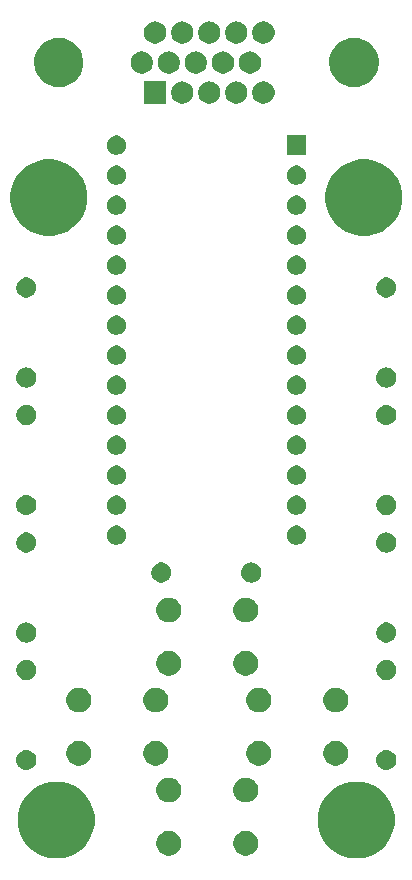
<source format=gbr>
G04 #@! TF.GenerationSoftware,KiCad,Pcbnew,(5.1.4)-1*
G04 #@! TF.CreationDate,2020-11-28T22:24:57-05:00*
G04 #@! TF.ProjectId,snek,736e656b-2e6b-4696-9361-645f70636258,rev?*
G04 #@! TF.SameCoordinates,Original*
G04 #@! TF.FileFunction,Soldermask,Bot*
G04 #@! TF.FilePolarity,Negative*
%FSLAX46Y46*%
G04 Gerber Fmt 4.6, Leading zero omitted, Abs format (unit mm)*
G04 Created by KiCad (PCBNEW (5.1.4)-1) date 2020-11-28 22:24:57*
%MOMM*%
%LPD*%
G04 APERTURE LIST*
%ADD10C,0.100000*%
G04 APERTURE END LIST*
D10*
G36*
X158641453Y-163795027D02*
G01*
X159063282Y-163878934D01*
X159654926Y-164124001D01*
X160187392Y-164479784D01*
X160640216Y-164932608D01*
X160995999Y-165465074D01*
X161241066Y-166056718D01*
X161366000Y-166684804D01*
X161366000Y-167325196D01*
X161241066Y-167953282D01*
X160995999Y-168544926D01*
X160640216Y-169077392D01*
X160187392Y-169530216D01*
X159654926Y-169885999D01*
X159063282Y-170131066D01*
X158749239Y-170193533D01*
X158435197Y-170256000D01*
X157794803Y-170256000D01*
X157480761Y-170193533D01*
X157166718Y-170131066D01*
X156575074Y-169885999D01*
X156042608Y-169530216D01*
X155589784Y-169077392D01*
X155234001Y-168544926D01*
X154988934Y-167953282D01*
X154864000Y-167325196D01*
X154864000Y-166684804D01*
X154988934Y-166056718D01*
X155234001Y-165465074D01*
X155589784Y-164932608D01*
X156042608Y-164479784D01*
X156575074Y-164124001D01*
X157166718Y-163878934D01*
X157588547Y-163795027D01*
X157794803Y-163754000D01*
X158435197Y-163754000D01*
X158641453Y-163795027D01*
X158641453Y-163795027D01*
G37*
G36*
X133241453Y-163795027D02*
G01*
X133663282Y-163878934D01*
X134254926Y-164124001D01*
X134787392Y-164479784D01*
X135240216Y-164932608D01*
X135595999Y-165465074D01*
X135841066Y-166056718D01*
X135966000Y-166684804D01*
X135966000Y-167325196D01*
X135841066Y-167953282D01*
X135595999Y-168544926D01*
X135240216Y-169077392D01*
X134787392Y-169530216D01*
X134254926Y-169885999D01*
X133663282Y-170131066D01*
X133349239Y-170193533D01*
X133035197Y-170256000D01*
X132394803Y-170256000D01*
X132080761Y-170193533D01*
X131766718Y-170131066D01*
X131175074Y-169885999D01*
X130642608Y-169530216D01*
X130189784Y-169077392D01*
X129834001Y-168544926D01*
X129588934Y-167953282D01*
X129464000Y-167325196D01*
X129464000Y-166684804D01*
X129588934Y-166056718D01*
X129834001Y-165465074D01*
X130189784Y-164932608D01*
X130642608Y-164479784D01*
X131175074Y-164124001D01*
X131766718Y-163878934D01*
X132188547Y-163795027D01*
X132394803Y-163754000D01*
X133035197Y-163754000D01*
X133241453Y-163795027D01*
X133241453Y-163795027D01*
G37*
G36*
X149046564Y-167954389D02*
G01*
X149237833Y-168033615D01*
X149237835Y-168033616D01*
X149409973Y-168148635D01*
X149556365Y-168295027D01*
X149671385Y-168467167D01*
X149750611Y-168658436D01*
X149791000Y-168861484D01*
X149791000Y-169068516D01*
X149750611Y-169271564D01*
X149671385Y-169462833D01*
X149671384Y-169462835D01*
X149556365Y-169634973D01*
X149409973Y-169781365D01*
X149237835Y-169896384D01*
X149237834Y-169896385D01*
X149237833Y-169896385D01*
X149046564Y-169975611D01*
X148843516Y-170016000D01*
X148636484Y-170016000D01*
X148433436Y-169975611D01*
X148242167Y-169896385D01*
X148242166Y-169896385D01*
X148242165Y-169896384D01*
X148070027Y-169781365D01*
X147923635Y-169634973D01*
X147808616Y-169462835D01*
X147808615Y-169462833D01*
X147729389Y-169271564D01*
X147689000Y-169068516D01*
X147689000Y-168861484D01*
X147729389Y-168658436D01*
X147808615Y-168467167D01*
X147923635Y-168295027D01*
X148070027Y-168148635D01*
X148242165Y-168033616D01*
X148242167Y-168033615D01*
X148433436Y-167954389D01*
X148636484Y-167914000D01*
X148843516Y-167914000D01*
X149046564Y-167954389D01*
X149046564Y-167954389D01*
G37*
G36*
X142546564Y-167954389D02*
G01*
X142737833Y-168033615D01*
X142737835Y-168033616D01*
X142909973Y-168148635D01*
X143056365Y-168295027D01*
X143171385Y-168467167D01*
X143250611Y-168658436D01*
X143291000Y-168861484D01*
X143291000Y-169068516D01*
X143250611Y-169271564D01*
X143171385Y-169462833D01*
X143171384Y-169462835D01*
X143056365Y-169634973D01*
X142909973Y-169781365D01*
X142737835Y-169896384D01*
X142737834Y-169896385D01*
X142737833Y-169896385D01*
X142546564Y-169975611D01*
X142343516Y-170016000D01*
X142136484Y-170016000D01*
X141933436Y-169975611D01*
X141742167Y-169896385D01*
X141742166Y-169896385D01*
X141742165Y-169896384D01*
X141570027Y-169781365D01*
X141423635Y-169634973D01*
X141308616Y-169462835D01*
X141308615Y-169462833D01*
X141229389Y-169271564D01*
X141189000Y-169068516D01*
X141189000Y-168861484D01*
X141229389Y-168658436D01*
X141308615Y-168467167D01*
X141423635Y-168295027D01*
X141570027Y-168148635D01*
X141742165Y-168033616D01*
X141742167Y-168033615D01*
X141933436Y-167954389D01*
X142136484Y-167914000D01*
X142343516Y-167914000D01*
X142546564Y-167954389D01*
X142546564Y-167954389D01*
G37*
G36*
X149046564Y-163454389D02*
G01*
X149237833Y-163533615D01*
X149237835Y-163533616D01*
X149409973Y-163648635D01*
X149556365Y-163795027D01*
X149671385Y-163967167D01*
X149750611Y-164158436D01*
X149791000Y-164361484D01*
X149791000Y-164568516D01*
X149750611Y-164771564D01*
X149683904Y-164932609D01*
X149671384Y-164962835D01*
X149556365Y-165134973D01*
X149409973Y-165281365D01*
X149237835Y-165396384D01*
X149237834Y-165396385D01*
X149237833Y-165396385D01*
X149046564Y-165475611D01*
X148843516Y-165516000D01*
X148636484Y-165516000D01*
X148433436Y-165475611D01*
X148242167Y-165396385D01*
X148242166Y-165396385D01*
X148242165Y-165396384D01*
X148070027Y-165281365D01*
X147923635Y-165134973D01*
X147808616Y-164962835D01*
X147796096Y-164932609D01*
X147729389Y-164771564D01*
X147689000Y-164568516D01*
X147689000Y-164361484D01*
X147729389Y-164158436D01*
X147808615Y-163967167D01*
X147923635Y-163795027D01*
X148070027Y-163648635D01*
X148242165Y-163533616D01*
X148242167Y-163533615D01*
X148433436Y-163454389D01*
X148636484Y-163414000D01*
X148843516Y-163414000D01*
X149046564Y-163454389D01*
X149046564Y-163454389D01*
G37*
G36*
X142546564Y-163454389D02*
G01*
X142737833Y-163533615D01*
X142737835Y-163533616D01*
X142909973Y-163648635D01*
X143056365Y-163795027D01*
X143171385Y-163967167D01*
X143250611Y-164158436D01*
X143291000Y-164361484D01*
X143291000Y-164568516D01*
X143250611Y-164771564D01*
X143183904Y-164932609D01*
X143171384Y-164962835D01*
X143056365Y-165134973D01*
X142909973Y-165281365D01*
X142737835Y-165396384D01*
X142737834Y-165396385D01*
X142737833Y-165396385D01*
X142546564Y-165475611D01*
X142343516Y-165516000D01*
X142136484Y-165516000D01*
X141933436Y-165475611D01*
X141742167Y-165396385D01*
X141742166Y-165396385D01*
X141742165Y-165396384D01*
X141570027Y-165281365D01*
X141423635Y-165134973D01*
X141308616Y-164962835D01*
X141296096Y-164932609D01*
X141229389Y-164771564D01*
X141189000Y-164568516D01*
X141189000Y-164361484D01*
X141229389Y-164158436D01*
X141308615Y-163967167D01*
X141423635Y-163795027D01*
X141570027Y-163648635D01*
X141742165Y-163533616D01*
X141742167Y-163533615D01*
X141933436Y-163454389D01*
X142136484Y-163414000D01*
X142343516Y-163414000D01*
X142546564Y-163454389D01*
X142546564Y-163454389D01*
G37*
G36*
X160821823Y-161086313D02*
G01*
X160982242Y-161134976D01*
X161114906Y-161205886D01*
X161130078Y-161213996D01*
X161259659Y-161320341D01*
X161366004Y-161449922D01*
X161366005Y-161449924D01*
X161445024Y-161597758D01*
X161493687Y-161758177D01*
X161510117Y-161925000D01*
X161493687Y-162091823D01*
X161445024Y-162252242D01*
X161389772Y-162355611D01*
X161366004Y-162400078D01*
X161259659Y-162529659D01*
X161130078Y-162636004D01*
X161130076Y-162636005D01*
X160982242Y-162715024D01*
X160821823Y-162763687D01*
X160696804Y-162776000D01*
X160613196Y-162776000D01*
X160488177Y-162763687D01*
X160327758Y-162715024D01*
X160179924Y-162636005D01*
X160179922Y-162636004D01*
X160050341Y-162529659D01*
X159943996Y-162400078D01*
X159920228Y-162355611D01*
X159864976Y-162252242D01*
X159816313Y-162091823D01*
X159799883Y-161925000D01*
X159816313Y-161758177D01*
X159864976Y-161597758D01*
X159943995Y-161449924D01*
X159943996Y-161449922D01*
X160050341Y-161320341D01*
X160179922Y-161213996D01*
X160195094Y-161205886D01*
X160327758Y-161134976D01*
X160488177Y-161086313D01*
X160613196Y-161074000D01*
X160696804Y-161074000D01*
X160821823Y-161086313D01*
X160821823Y-161086313D01*
G37*
G36*
X130341823Y-161086313D02*
G01*
X130502242Y-161134976D01*
X130634906Y-161205886D01*
X130650078Y-161213996D01*
X130779659Y-161320341D01*
X130886004Y-161449922D01*
X130886005Y-161449924D01*
X130965024Y-161597758D01*
X131013687Y-161758177D01*
X131030117Y-161925000D01*
X131013687Y-162091823D01*
X130965024Y-162252242D01*
X130909772Y-162355611D01*
X130886004Y-162400078D01*
X130779659Y-162529659D01*
X130650078Y-162636004D01*
X130650076Y-162636005D01*
X130502242Y-162715024D01*
X130341823Y-162763687D01*
X130216804Y-162776000D01*
X130133196Y-162776000D01*
X130008177Y-162763687D01*
X129847758Y-162715024D01*
X129699924Y-162636005D01*
X129699922Y-162636004D01*
X129570341Y-162529659D01*
X129463996Y-162400078D01*
X129440228Y-162355611D01*
X129384976Y-162252242D01*
X129336313Y-162091823D01*
X129319883Y-161925000D01*
X129336313Y-161758177D01*
X129384976Y-161597758D01*
X129463995Y-161449924D01*
X129463996Y-161449922D01*
X129570341Y-161320341D01*
X129699922Y-161213996D01*
X129715094Y-161205886D01*
X129847758Y-161134976D01*
X130008177Y-161086313D01*
X130133196Y-161074000D01*
X130216804Y-161074000D01*
X130341823Y-161086313D01*
X130341823Y-161086313D01*
G37*
G36*
X141426564Y-160334389D02*
G01*
X141617833Y-160413615D01*
X141617835Y-160413616D01*
X141789973Y-160528635D01*
X141936365Y-160675027D01*
X142051385Y-160847167D01*
X142130611Y-161038436D01*
X142171000Y-161241484D01*
X142171000Y-161448516D01*
X142130611Y-161651564D01*
X142051385Y-161842833D01*
X142051384Y-161842835D01*
X141936365Y-162014973D01*
X141789973Y-162161365D01*
X141617835Y-162276384D01*
X141617834Y-162276385D01*
X141617833Y-162276385D01*
X141426564Y-162355611D01*
X141223516Y-162396000D01*
X141016484Y-162396000D01*
X140813436Y-162355611D01*
X140622167Y-162276385D01*
X140622166Y-162276385D01*
X140622165Y-162276384D01*
X140450027Y-162161365D01*
X140303635Y-162014973D01*
X140188616Y-161842835D01*
X140188615Y-161842833D01*
X140109389Y-161651564D01*
X140069000Y-161448516D01*
X140069000Y-161241484D01*
X140109389Y-161038436D01*
X140188615Y-160847167D01*
X140303635Y-160675027D01*
X140450027Y-160528635D01*
X140622165Y-160413616D01*
X140622167Y-160413615D01*
X140813436Y-160334389D01*
X141016484Y-160294000D01*
X141223516Y-160294000D01*
X141426564Y-160334389D01*
X141426564Y-160334389D01*
G37*
G36*
X134926564Y-160334389D02*
G01*
X135117833Y-160413615D01*
X135117835Y-160413616D01*
X135289973Y-160528635D01*
X135436365Y-160675027D01*
X135551385Y-160847167D01*
X135630611Y-161038436D01*
X135671000Y-161241484D01*
X135671000Y-161448516D01*
X135630611Y-161651564D01*
X135551385Y-161842833D01*
X135551384Y-161842835D01*
X135436365Y-162014973D01*
X135289973Y-162161365D01*
X135117835Y-162276384D01*
X135117834Y-162276385D01*
X135117833Y-162276385D01*
X134926564Y-162355611D01*
X134723516Y-162396000D01*
X134516484Y-162396000D01*
X134313436Y-162355611D01*
X134122167Y-162276385D01*
X134122166Y-162276385D01*
X134122165Y-162276384D01*
X133950027Y-162161365D01*
X133803635Y-162014973D01*
X133688616Y-161842835D01*
X133688615Y-161842833D01*
X133609389Y-161651564D01*
X133569000Y-161448516D01*
X133569000Y-161241484D01*
X133609389Y-161038436D01*
X133688615Y-160847167D01*
X133803635Y-160675027D01*
X133950027Y-160528635D01*
X134122165Y-160413616D01*
X134122167Y-160413615D01*
X134313436Y-160334389D01*
X134516484Y-160294000D01*
X134723516Y-160294000D01*
X134926564Y-160334389D01*
X134926564Y-160334389D01*
G37*
G36*
X156666564Y-160334389D02*
G01*
X156857833Y-160413615D01*
X156857835Y-160413616D01*
X157029973Y-160528635D01*
X157176365Y-160675027D01*
X157291385Y-160847167D01*
X157370611Y-161038436D01*
X157411000Y-161241484D01*
X157411000Y-161448516D01*
X157370611Y-161651564D01*
X157291385Y-161842833D01*
X157291384Y-161842835D01*
X157176365Y-162014973D01*
X157029973Y-162161365D01*
X156857835Y-162276384D01*
X156857834Y-162276385D01*
X156857833Y-162276385D01*
X156666564Y-162355611D01*
X156463516Y-162396000D01*
X156256484Y-162396000D01*
X156053436Y-162355611D01*
X155862167Y-162276385D01*
X155862166Y-162276385D01*
X155862165Y-162276384D01*
X155690027Y-162161365D01*
X155543635Y-162014973D01*
X155428616Y-161842835D01*
X155428615Y-161842833D01*
X155349389Y-161651564D01*
X155309000Y-161448516D01*
X155309000Y-161241484D01*
X155349389Y-161038436D01*
X155428615Y-160847167D01*
X155543635Y-160675027D01*
X155690027Y-160528635D01*
X155862165Y-160413616D01*
X155862167Y-160413615D01*
X156053436Y-160334389D01*
X156256484Y-160294000D01*
X156463516Y-160294000D01*
X156666564Y-160334389D01*
X156666564Y-160334389D01*
G37*
G36*
X150166564Y-160334389D02*
G01*
X150357833Y-160413615D01*
X150357835Y-160413616D01*
X150529973Y-160528635D01*
X150676365Y-160675027D01*
X150791385Y-160847167D01*
X150870611Y-161038436D01*
X150911000Y-161241484D01*
X150911000Y-161448516D01*
X150870611Y-161651564D01*
X150791385Y-161842833D01*
X150791384Y-161842835D01*
X150676365Y-162014973D01*
X150529973Y-162161365D01*
X150357835Y-162276384D01*
X150357834Y-162276385D01*
X150357833Y-162276385D01*
X150166564Y-162355611D01*
X149963516Y-162396000D01*
X149756484Y-162396000D01*
X149553436Y-162355611D01*
X149362167Y-162276385D01*
X149362166Y-162276385D01*
X149362165Y-162276384D01*
X149190027Y-162161365D01*
X149043635Y-162014973D01*
X148928616Y-161842835D01*
X148928615Y-161842833D01*
X148849389Y-161651564D01*
X148809000Y-161448516D01*
X148809000Y-161241484D01*
X148849389Y-161038436D01*
X148928615Y-160847167D01*
X149043635Y-160675027D01*
X149190027Y-160528635D01*
X149362165Y-160413616D01*
X149362167Y-160413615D01*
X149553436Y-160334389D01*
X149756484Y-160294000D01*
X149963516Y-160294000D01*
X150166564Y-160334389D01*
X150166564Y-160334389D01*
G37*
G36*
X150166564Y-155834389D02*
G01*
X150357833Y-155913615D01*
X150357835Y-155913616D01*
X150529973Y-156028635D01*
X150676365Y-156175027D01*
X150791385Y-156347167D01*
X150870611Y-156538436D01*
X150911000Y-156741484D01*
X150911000Y-156948516D01*
X150870611Y-157151564D01*
X150791385Y-157342833D01*
X150791384Y-157342835D01*
X150676365Y-157514973D01*
X150529973Y-157661365D01*
X150357835Y-157776384D01*
X150357834Y-157776385D01*
X150357833Y-157776385D01*
X150166564Y-157855611D01*
X149963516Y-157896000D01*
X149756484Y-157896000D01*
X149553436Y-157855611D01*
X149362167Y-157776385D01*
X149362166Y-157776385D01*
X149362165Y-157776384D01*
X149190027Y-157661365D01*
X149043635Y-157514973D01*
X148928616Y-157342835D01*
X148928615Y-157342833D01*
X148849389Y-157151564D01*
X148809000Y-156948516D01*
X148809000Y-156741484D01*
X148849389Y-156538436D01*
X148928615Y-156347167D01*
X149043635Y-156175027D01*
X149190027Y-156028635D01*
X149362165Y-155913616D01*
X149362167Y-155913615D01*
X149553436Y-155834389D01*
X149756484Y-155794000D01*
X149963516Y-155794000D01*
X150166564Y-155834389D01*
X150166564Y-155834389D01*
G37*
G36*
X156666564Y-155834389D02*
G01*
X156857833Y-155913615D01*
X156857835Y-155913616D01*
X157029973Y-156028635D01*
X157176365Y-156175027D01*
X157291385Y-156347167D01*
X157370611Y-156538436D01*
X157411000Y-156741484D01*
X157411000Y-156948516D01*
X157370611Y-157151564D01*
X157291385Y-157342833D01*
X157291384Y-157342835D01*
X157176365Y-157514973D01*
X157029973Y-157661365D01*
X156857835Y-157776384D01*
X156857834Y-157776385D01*
X156857833Y-157776385D01*
X156666564Y-157855611D01*
X156463516Y-157896000D01*
X156256484Y-157896000D01*
X156053436Y-157855611D01*
X155862167Y-157776385D01*
X155862166Y-157776385D01*
X155862165Y-157776384D01*
X155690027Y-157661365D01*
X155543635Y-157514973D01*
X155428616Y-157342835D01*
X155428615Y-157342833D01*
X155349389Y-157151564D01*
X155309000Y-156948516D01*
X155309000Y-156741484D01*
X155349389Y-156538436D01*
X155428615Y-156347167D01*
X155543635Y-156175027D01*
X155690027Y-156028635D01*
X155862165Y-155913616D01*
X155862167Y-155913615D01*
X156053436Y-155834389D01*
X156256484Y-155794000D01*
X156463516Y-155794000D01*
X156666564Y-155834389D01*
X156666564Y-155834389D01*
G37*
G36*
X134926564Y-155834389D02*
G01*
X135117833Y-155913615D01*
X135117835Y-155913616D01*
X135289973Y-156028635D01*
X135436365Y-156175027D01*
X135551385Y-156347167D01*
X135630611Y-156538436D01*
X135671000Y-156741484D01*
X135671000Y-156948516D01*
X135630611Y-157151564D01*
X135551385Y-157342833D01*
X135551384Y-157342835D01*
X135436365Y-157514973D01*
X135289973Y-157661365D01*
X135117835Y-157776384D01*
X135117834Y-157776385D01*
X135117833Y-157776385D01*
X134926564Y-157855611D01*
X134723516Y-157896000D01*
X134516484Y-157896000D01*
X134313436Y-157855611D01*
X134122167Y-157776385D01*
X134122166Y-157776385D01*
X134122165Y-157776384D01*
X133950027Y-157661365D01*
X133803635Y-157514973D01*
X133688616Y-157342835D01*
X133688615Y-157342833D01*
X133609389Y-157151564D01*
X133569000Y-156948516D01*
X133569000Y-156741484D01*
X133609389Y-156538436D01*
X133688615Y-156347167D01*
X133803635Y-156175027D01*
X133950027Y-156028635D01*
X134122165Y-155913616D01*
X134122167Y-155913615D01*
X134313436Y-155834389D01*
X134516484Y-155794000D01*
X134723516Y-155794000D01*
X134926564Y-155834389D01*
X134926564Y-155834389D01*
G37*
G36*
X141426564Y-155834389D02*
G01*
X141617833Y-155913615D01*
X141617835Y-155913616D01*
X141789973Y-156028635D01*
X141936365Y-156175027D01*
X142051385Y-156347167D01*
X142130611Y-156538436D01*
X142171000Y-156741484D01*
X142171000Y-156948516D01*
X142130611Y-157151564D01*
X142051385Y-157342833D01*
X142051384Y-157342835D01*
X141936365Y-157514973D01*
X141789973Y-157661365D01*
X141617835Y-157776384D01*
X141617834Y-157776385D01*
X141617833Y-157776385D01*
X141426564Y-157855611D01*
X141223516Y-157896000D01*
X141016484Y-157896000D01*
X140813436Y-157855611D01*
X140622167Y-157776385D01*
X140622166Y-157776385D01*
X140622165Y-157776384D01*
X140450027Y-157661365D01*
X140303635Y-157514973D01*
X140188616Y-157342835D01*
X140188615Y-157342833D01*
X140109389Y-157151564D01*
X140069000Y-156948516D01*
X140069000Y-156741484D01*
X140109389Y-156538436D01*
X140188615Y-156347167D01*
X140303635Y-156175027D01*
X140450027Y-156028635D01*
X140622165Y-155913616D01*
X140622167Y-155913615D01*
X140813436Y-155834389D01*
X141016484Y-155794000D01*
X141223516Y-155794000D01*
X141426564Y-155834389D01*
X141426564Y-155834389D01*
G37*
G36*
X130423228Y-153486703D02*
G01*
X130578100Y-153550853D01*
X130717481Y-153643985D01*
X130836015Y-153762519D01*
X130929147Y-153901900D01*
X130993297Y-154056772D01*
X131026000Y-154221184D01*
X131026000Y-154388816D01*
X130993297Y-154553228D01*
X130929147Y-154708100D01*
X130836015Y-154847481D01*
X130717481Y-154966015D01*
X130578100Y-155059147D01*
X130423228Y-155123297D01*
X130258816Y-155156000D01*
X130091184Y-155156000D01*
X129926772Y-155123297D01*
X129771900Y-155059147D01*
X129632519Y-154966015D01*
X129513985Y-154847481D01*
X129420853Y-154708100D01*
X129356703Y-154553228D01*
X129324000Y-154388816D01*
X129324000Y-154221184D01*
X129356703Y-154056772D01*
X129420853Y-153901900D01*
X129513985Y-153762519D01*
X129632519Y-153643985D01*
X129771900Y-153550853D01*
X129926772Y-153486703D01*
X130091184Y-153454000D01*
X130258816Y-153454000D01*
X130423228Y-153486703D01*
X130423228Y-153486703D01*
G37*
G36*
X160903228Y-153486703D02*
G01*
X161058100Y-153550853D01*
X161197481Y-153643985D01*
X161316015Y-153762519D01*
X161409147Y-153901900D01*
X161473297Y-154056772D01*
X161506000Y-154221184D01*
X161506000Y-154388816D01*
X161473297Y-154553228D01*
X161409147Y-154708100D01*
X161316015Y-154847481D01*
X161197481Y-154966015D01*
X161058100Y-155059147D01*
X160903228Y-155123297D01*
X160738816Y-155156000D01*
X160571184Y-155156000D01*
X160406772Y-155123297D01*
X160251900Y-155059147D01*
X160112519Y-154966015D01*
X159993985Y-154847481D01*
X159900853Y-154708100D01*
X159836703Y-154553228D01*
X159804000Y-154388816D01*
X159804000Y-154221184D01*
X159836703Y-154056772D01*
X159900853Y-153901900D01*
X159993985Y-153762519D01*
X160112519Y-153643985D01*
X160251900Y-153550853D01*
X160406772Y-153486703D01*
X160571184Y-153454000D01*
X160738816Y-153454000D01*
X160903228Y-153486703D01*
X160903228Y-153486703D01*
G37*
G36*
X149046564Y-152714389D02*
G01*
X149237833Y-152793615D01*
X149237835Y-152793616D01*
X149409973Y-152908635D01*
X149556365Y-153055027D01*
X149671385Y-153227167D01*
X149750611Y-153418436D01*
X149791000Y-153621484D01*
X149791000Y-153828516D01*
X149750611Y-154031564D01*
X149671385Y-154222833D01*
X149671384Y-154222835D01*
X149556365Y-154394973D01*
X149409973Y-154541365D01*
X149237835Y-154656384D01*
X149237834Y-154656385D01*
X149237833Y-154656385D01*
X149046564Y-154735611D01*
X148843516Y-154776000D01*
X148636484Y-154776000D01*
X148433436Y-154735611D01*
X148242167Y-154656385D01*
X148242166Y-154656385D01*
X148242165Y-154656384D01*
X148070027Y-154541365D01*
X147923635Y-154394973D01*
X147808616Y-154222835D01*
X147808615Y-154222833D01*
X147729389Y-154031564D01*
X147689000Y-153828516D01*
X147689000Y-153621484D01*
X147729389Y-153418436D01*
X147808615Y-153227167D01*
X147923635Y-153055027D01*
X148070027Y-152908635D01*
X148242165Y-152793616D01*
X148242167Y-152793615D01*
X148433436Y-152714389D01*
X148636484Y-152674000D01*
X148843516Y-152674000D01*
X149046564Y-152714389D01*
X149046564Y-152714389D01*
G37*
G36*
X142546564Y-152714389D02*
G01*
X142737833Y-152793615D01*
X142737835Y-152793616D01*
X142909973Y-152908635D01*
X143056365Y-153055027D01*
X143171385Y-153227167D01*
X143250611Y-153418436D01*
X143291000Y-153621484D01*
X143291000Y-153828516D01*
X143250611Y-154031564D01*
X143171385Y-154222833D01*
X143171384Y-154222835D01*
X143056365Y-154394973D01*
X142909973Y-154541365D01*
X142737835Y-154656384D01*
X142737834Y-154656385D01*
X142737833Y-154656385D01*
X142546564Y-154735611D01*
X142343516Y-154776000D01*
X142136484Y-154776000D01*
X141933436Y-154735611D01*
X141742167Y-154656385D01*
X141742166Y-154656385D01*
X141742165Y-154656384D01*
X141570027Y-154541365D01*
X141423635Y-154394973D01*
X141308616Y-154222835D01*
X141308615Y-154222833D01*
X141229389Y-154031564D01*
X141189000Y-153828516D01*
X141189000Y-153621484D01*
X141229389Y-153418436D01*
X141308615Y-153227167D01*
X141423635Y-153055027D01*
X141570027Y-152908635D01*
X141742165Y-152793616D01*
X141742167Y-152793615D01*
X141933436Y-152714389D01*
X142136484Y-152674000D01*
X142343516Y-152674000D01*
X142546564Y-152714389D01*
X142546564Y-152714389D01*
G37*
G36*
X160903228Y-150311703D02*
G01*
X161058100Y-150375853D01*
X161197481Y-150468985D01*
X161316015Y-150587519D01*
X161409147Y-150726900D01*
X161473297Y-150881772D01*
X161506000Y-151046184D01*
X161506000Y-151213816D01*
X161473297Y-151378228D01*
X161409147Y-151533100D01*
X161316015Y-151672481D01*
X161197481Y-151791015D01*
X161058100Y-151884147D01*
X160903228Y-151948297D01*
X160738816Y-151981000D01*
X160571184Y-151981000D01*
X160406772Y-151948297D01*
X160251900Y-151884147D01*
X160112519Y-151791015D01*
X159993985Y-151672481D01*
X159900853Y-151533100D01*
X159836703Y-151378228D01*
X159804000Y-151213816D01*
X159804000Y-151046184D01*
X159836703Y-150881772D01*
X159900853Y-150726900D01*
X159993985Y-150587519D01*
X160112519Y-150468985D01*
X160251900Y-150375853D01*
X160406772Y-150311703D01*
X160571184Y-150279000D01*
X160738816Y-150279000D01*
X160903228Y-150311703D01*
X160903228Y-150311703D01*
G37*
G36*
X130341823Y-150291313D02*
G01*
X130502242Y-150339976D01*
X130569361Y-150375852D01*
X130650078Y-150418996D01*
X130779659Y-150525341D01*
X130886004Y-150654922D01*
X130886005Y-150654924D01*
X130965024Y-150802758D01*
X131013687Y-150963177D01*
X131030117Y-151130000D01*
X131013687Y-151296823D01*
X130965024Y-151457242D01*
X130924477Y-151533100D01*
X130886004Y-151605078D01*
X130779659Y-151734659D01*
X130650078Y-151841004D01*
X130650076Y-151841005D01*
X130502242Y-151920024D01*
X130341823Y-151968687D01*
X130216804Y-151981000D01*
X130133196Y-151981000D01*
X130008177Y-151968687D01*
X129847758Y-151920024D01*
X129699924Y-151841005D01*
X129699922Y-151841004D01*
X129570341Y-151734659D01*
X129463996Y-151605078D01*
X129425523Y-151533100D01*
X129384976Y-151457242D01*
X129336313Y-151296823D01*
X129319883Y-151130000D01*
X129336313Y-150963177D01*
X129384976Y-150802758D01*
X129463995Y-150654924D01*
X129463996Y-150654922D01*
X129570341Y-150525341D01*
X129699922Y-150418996D01*
X129780639Y-150375852D01*
X129847758Y-150339976D01*
X130008177Y-150291313D01*
X130133196Y-150279000D01*
X130216804Y-150279000D01*
X130341823Y-150291313D01*
X130341823Y-150291313D01*
G37*
G36*
X149046564Y-148214389D02*
G01*
X149237833Y-148293615D01*
X149237835Y-148293616D01*
X149409973Y-148408635D01*
X149556365Y-148555027D01*
X149671385Y-148727167D01*
X149750611Y-148918436D01*
X149791000Y-149121484D01*
X149791000Y-149328516D01*
X149750611Y-149531564D01*
X149671385Y-149722833D01*
X149671384Y-149722835D01*
X149556365Y-149894973D01*
X149409973Y-150041365D01*
X149237835Y-150156384D01*
X149237834Y-150156385D01*
X149237833Y-150156385D01*
X149046564Y-150235611D01*
X148843516Y-150276000D01*
X148636484Y-150276000D01*
X148433436Y-150235611D01*
X148242167Y-150156385D01*
X148242166Y-150156385D01*
X148242165Y-150156384D01*
X148070027Y-150041365D01*
X147923635Y-149894973D01*
X147808616Y-149722835D01*
X147808615Y-149722833D01*
X147729389Y-149531564D01*
X147689000Y-149328516D01*
X147689000Y-149121484D01*
X147729389Y-148918436D01*
X147808615Y-148727167D01*
X147923635Y-148555027D01*
X148070027Y-148408635D01*
X148242165Y-148293616D01*
X148242167Y-148293615D01*
X148433436Y-148214389D01*
X148636484Y-148174000D01*
X148843516Y-148174000D01*
X149046564Y-148214389D01*
X149046564Y-148214389D01*
G37*
G36*
X142546564Y-148214389D02*
G01*
X142737833Y-148293615D01*
X142737835Y-148293616D01*
X142909973Y-148408635D01*
X143056365Y-148555027D01*
X143171385Y-148727167D01*
X143250611Y-148918436D01*
X143291000Y-149121484D01*
X143291000Y-149328516D01*
X143250611Y-149531564D01*
X143171385Y-149722833D01*
X143171384Y-149722835D01*
X143056365Y-149894973D01*
X142909973Y-150041365D01*
X142737835Y-150156384D01*
X142737834Y-150156385D01*
X142737833Y-150156385D01*
X142546564Y-150235611D01*
X142343516Y-150276000D01*
X142136484Y-150276000D01*
X141933436Y-150235611D01*
X141742167Y-150156385D01*
X141742166Y-150156385D01*
X141742165Y-150156384D01*
X141570027Y-150041365D01*
X141423635Y-149894973D01*
X141308616Y-149722835D01*
X141308615Y-149722833D01*
X141229389Y-149531564D01*
X141189000Y-149328516D01*
X141189000Y-149121484D01*
X141229389Y-148918436D01*
X141308615Y-148727167D01*
X141423635Y-148555027D01*
X141570027Y-148408635D01*
X141742165Y-148293616D01*
X141742167Y-148293615D01*
X141933436Y-148214389D01*
X142136484Y-148174000D01*
X142343516Y-148174000D01*
X142546564Y-148214389D01*
X142546564Y-148214389D01*
G37*
G36*
X141853228Y-145231703D02*
G01*
X142008100Y-145295853D01*
X142147481Y-145388985D01*
X142266015Y-145507519D01*
X142359147Y-145646900D01*
X142423297Y-145801772D01*
X142456000Y-145966184D01*
X142456000Y-146133816D01*
X142423297Y-146298228D01*
X142359147Y-146453100D01*
X142266015Y-146592481D01*
X142147481Y-146711015D01*
X142008100Y-146804147D01*
X141853228Y-146868297D01*
X141688816Y-146901000D01*
X141521184Y-146901000D01*
X141356772Y-146868297D01*
X141201900Y-146804147D01*
X141062519Y-146711015D01*
X140943985Y-146592481D01*
X140850853Y-146453100D01*
X140786703Y-146298228D01*
X140754000Y-146133816D01*
X140754000Y-145966184D01*
X140786703Y-145801772D01*
X140850853Y-145646900D01*
X140943985Y-145507519D01*
X141062519Y-145388985D01*
X141201900Y-145295853D01*
X141356772Y-145231703D01*
X141521184Y-145199000D01*
X141688816Y-145199000D01*
X141853228Y-145231703D01*
X141853228Y-145231703D01*
G37*
G36*
X149391823Y-145211313D02*
G01*
X149552242Y-145259976D01*
X149619361Y-145295852D01*
X149700078Y-145338996D01*
X149829659Y-145445341D01*
X149936004Y-145574922D01*
X149936005Y-145574924D01*
X150015024Y-145722758D01*
X150063687Y-145883177D01*
X150080117Y-146050000D01*
X150063687Y-146216823D01*
X150015024Y-146377242D01*
X149974477Y-146453100D01*
X149936004Y-146525078D01*
X149829659Y-146654659D01*
X149700078Y-146761004D01*
X149700076Y-146761005D01*
X149552242Y-146840024D01*
X149391823Y-146888687D01*
X149266804Y-146901000D01*
X149183196Y-146901000D01*
X149058177Y-146888687D01*
X148897758Y-146840024D01*
X148749924Y-146761005D01*
X148749922Y-146761004D01*
X148620341Y-146654659D01*
X148513996Y-146525078D01*
X148475523Y-146453100D01*
X148434976Y-146377242D01*
X148386313Y-146216823D01*
X148369883Y-146050000D01*
X148386313Y-145883177D01*
X148434976Y-145722758D01*
X148513995Y-145574924D01*
X148513996Y-145574922D01*
X148620341Y-145445341D01*
X148749922Y-145338996D01*
X148830639Y-145295852D01*
X148897758Y-145259976D01*
X149058177Y-145211313D01*
X149183196Y-145199000D01*
X149266804Y-145199000D01*
X149391823Y-145211313D01*
X149391823Y-145211313D01*
G37*
G36*
X130423228Y-142691703D02*
G01*
X130578100Y-142755853D01*
X130717481Y-142848985D01*
X130836015Y-142967519D01*
X130929147Y-143106900D01*
X130993297Y-143261772D01*
X131026000Y-143426184D01*
X131026000Y-143593816D01*
X130993297Y-143758228D01*
X130929147Y-143913100D01*
X130836015Y-144052481D01*
X130717481Y-144171015D01*
X130578100Y-144264147D01*
X130423228Y-144328297D01*
X130258816Y-144361000D01*
X130091184Y-144361000D01*
X129926772Y-144328297D01*
X129771900Y-144264147D01*
X129632519Y-144171015D01*
X129513985Y-144052481D01*
X129420853Y-143913100D01*
X129356703Y-143758228D01*
X129324000Y-143593816D01*
X129324000Y-143426184D01*
X129356703Y-143261772D01*
X129420853Y-143106900D01*
X129513985Y-142967519D01*
X129632519Y-142848985D01*
X129771900Y-142755853D01*
X129926772Y-142691703D01*
X130091184Y-142659000D01*
X130258816Y-142659000D01*
X130423228Y-142691703D01*
X130423228Y-142691703D01*
G37*
G36*
X160821823Y-142671313D02*
G01*
X160982242Y-142719976D01*
X161049361Y-142755852D01*
X161130078Y-142798996D01*
X161259659Y-142905341D01*
X161366004Y-143034922D01*
X161366005Y-143034924D01*
X161445024Y-143182758D01*
X161493687Y-143343177D01*
X161510117Y-143510000D01*
X161493687Y-143676823D01*
X161445024Y-143837242D01*
X161404477Y-143913100D01*
X161366004Y-143985078D01*
X161259659Y-144114659D01*
X161130078Y-144221004D01*
X161130076Y-144221005D01*
X160982242Y-144300024D01*
X160821823Y-144348687D01*
X160696804Y-144361000D01*
X160613196Y-144361000D01*
X160488177Y-144348687D01*
X160327758Y-144300024D01*
X160179924Y-144221005D01*
X160179922Y-144221004D01*
X160050341Y-144114659D01*
X159943996Y-143985078D01*
X159905523Y-143913100D01*
X159864976Y-143837242D01*
X159816313Y-143676823D01*
X159799883Y-143510000D01*
X159816313Y-143343177D01*
X159864976Y-143182758D01*
X159943995Y-143034924D01*
X159943996Y-143034922D01*
X160050341Y-142905341D01*
X160179922Y-142798996D01*
X160260639Y-142755852D01*
X160327758Y-142719976D01*
X160488177Y-142671313D01*
X160613196Y-142659000D01*
X160696804Y-142659000D01*
X160821823Y-142671313D01*
X160821823Y-142671313D01*
G37*
G36*
X138032142Y-142093242D02*
G01*
X138180101Y-142154529D01*
X138313255Y-142243499D01*
X138426501Y-142356745D01*
X138515471Y-142489899D01*
X138576758Y-142637858D01*
X138608000Y-142794925D01*
X138608000Y-142955075D01*
X138576758Y-143112142D01*
X138515471Y-143260101D01*
X138426501Y-143393255D01*
X138313255Y-143506501D01*
X138180101Y-143595471D01*
X138032142Y-143656758D01*
X137875075Y-143688000D01*
X137714925Y-143688000D01*
X137557858Y-143656758D01*
X137409899Y-143595471D01*
X137276745Y-143506501D01*
X137163499Y-143393255D01*
X137074529Y-143260101D01*
X137013242Y-143112142D01*
X136982000Y-142955075D01*
X136982000Y-142794925D01*
X137013242Y-142637858D01*
X137074529Y-142489899D01*
X137163499Y-142356745D01*
X137276745Y-142243499D01*
X137409899Y-142154529D01*
X137557858Y-142093242D01*
X137714925Y-142062000D01*
X137875075Y-142062000D01*
X138032142Y-142093242D01*
X138032142Y-142093242D01*
G37*
G36*
X153272142Y-142093242D02*
G01*
X153420101Y-142154529D01*
X153553255Y-142243499D01*
X153666501Y-142356745D01*
X153755471Y-142489899D01*
X153816758Y-142637858D01*
X153848000Y-142794925D01*
X153848000Y-142955075D01*
X153816758Y-143112142D01*
X153755471Y-143260101D01*
X153666501Y-143393255D01*
X153553255Y-143506501D01*
X153420101Y-143595471D01*
X153272142Y-143656758D01*
X153115075Y-143688000D01*
X152954925Y-143688000D01*
X152797858Y-143656758D01*
X152649899Y-143595471D01*
X152516745Y-143506501D01*
X152403499Y-143393255D01*
X152314529Y-143260101D01*
X152253242Y-143112142D01*
X152222000Y-142955075D01*
X152222000Y-142794925D01*
X152253242Y-142637858D01*
X152314529Y-142489899D01*
X152403499Y-142356745D01*
X152516745Y-142243499D01*
X152649899Y-142154529D01*
X152797858Y-142093242D01*
X152954925Y-142062000D01*
X153115075Y-142062000D01*
X153272142Y-142093242D01*
X153272142Y-142093242D01*
G37*
G36*
X160903228Y-139516703D02*
G01*
X161058100Y-139580853D01*
X161197481Y-139673985D01*
X161316015Y-139792519D01*
X161409147Y-139931900D01*
X161473297Y-140086772D01*
X161506000Y-140251184D01*
X161506000Y-140418816D01*
X161473297Y-140583228D01*
X161409147Y-140738100D01*
X161316015Y-140877481D01*
X161197481Y-140996015D01*
X161058100Y-141089147D01*
X160903228Y-141153297D01*
X160738816Y-141186000D01*
X160571184Y-141186000D01*
X160406772Y-141153297D01*
X160251900Y-141089147D01*
X160112519Y-140996015D01*
X159993985Y-140877481D01*
X159900853Y-140738100D01*
X159836703Y-140583228D01*
X159804000Y-140418816D01*
X159804000Y-140251184D01*
X159836703Y-140086772D01*
X159900853Y-139931900D01*
X159993985Y-139792519D01*
X160112519Y-139673985D01*
X160251900Y-139580853D01*
X160406772Y-139516703D01*
X160571184Y-139484000D01*
X160738816Y-139484000D01*
X160903228Y-139516703D01*
X160903228Y-139516703D01*
G37*
G36*
X130341823Y-139496313D02*
G01*
X130502242Y-139544976D01*
X130569361Y-139580852D01*
X130650078Y-139623996D01*
X130779659Y-139730341D01*
X130886004Y-139859922D01*
X130886005Y-139859924D01*
X130965024Y-140007758D01*
X131013687Y-140168177D01*
X131030117Y-140335000D01*
X131013687Y-140501823D01*
X130965024Y-140662242D01*
X130924477Y-140738100D01*
X130886004Y-140810078D01*
X130779659Y-140939659D01*
X130650078Y-141046004D01*
X130650076Y-141046005D01*
X130502242Y-141125024D01*
X130341823Y-141173687D01*
X130216804Y-141186000D01*
X130133196Y-141186000D01*
X130008177Y-141173687D01*
X129847758Y-141125024D01*
X129699924Y-141046005D01*
X129699922Y-141046004D01*
X129570341Y-140939659D01*
X129463996Y-140810078D01*
X129425523Y-140738100D01*
X129384976Y-140662242D01*
X129336313Y-140501823D01*
X129319883Y-140335000D01*
X129336313Y-140168177D01*
X129384976Y-140007758D01*
X129463995Y-139859924D01*
X129463996Y-139859922D01*
X129570341Y-139730341D01*
X129699922Y-139623996D01*
X129780639Y-139580852D01*
X129847758Y-139544976D01*
X130008177Y-139496313D01*
X130133196Y-139484000D01*
X130216804Y-139484000D01*
X130341823Y-139496313D01*
X130341823Y-139496313D01*
G37*
G36*
X153272142Y-139553242D02*
G01*
X153420101Y-139614529D01*
X153553255Y-139703499D01*
X153666501Y-139816745D01*
X153755471Y-139949899D01*
X153816758Y-140097858D01*
X153848000Y-140254925D01*
X153848000Y-140415075D01*
X153816758Y-140572142D01*
X153755471Y-140720101D01*
X153666501Y-140853255D01*
X153553255Y-140966501D01*
X153420101Y-141055471D01*
X153272142Y-141116758D01*
X153115075Y-141148000D01*
X152954925Y-141148000D01*
X152797858Y-141116758D01*
X152649899Y-141055471D01*
X152516745Y-140966501D01*
X152403499Y-140853255D01*
X152314529Y-140720101D01*
X152253242Y-140572142D01*
X152222000Y-140415075D01*
X152222000Y-140254925D01*
X152253242Y-140097858D01*
X152314529Y-139949899D01*
X152403499Y-139816745D01*
X152516745Y-139703499D01*
X152649899Y-139614529D01*
X152797858Y-139553242D01*
X152954925Y-139522000D01*
X153115075Y-139522000D01*
X153272142Y-139553242D01*
X153272142Y-139553242D01*
G37*
G36*
X138032142Y-139553242D02*
G01*
X138180101Y-139614529D01*
X138313255Y-139703499D01*
X138426501Y-139816745D01*
X138515471Y-139949899D01*
X138576758Y-140097858D01*
X138608000Y-140254925D01*
X138608000Y-140415075D01*
X138576758Y-140572142D01*
X138515471Y-140720101D01*
X138426501Y-140853255D01*
X138313255Y-140966501D01*
X138180101Y-141055471D01*
X138032142Y-141116758D01*
X137875075Y-141148000D01*
X137714925Y-141148000D01*
X137557858Y-141116758D01*
X137409899Y-141055471D01*
X137276745Y-140966501D01*
X137163499Y-140853255D01*
X137074529Y-140720101D01*
X137013242Y-140572142D01*
X136982000Y-140415075D01*
X136982000Y-140254925D01*
X137013242Y-140097858D01*
X137074529Y-139949899D01*
X137163499Y-139816745D01*
X137276745Y-139703499D01*
X137409899Y-139614529D01*
X137557858Y-139553242D01*
X137714925Y-139522000D01*
X137875075Y-139522000D01*
X138032142Y-139553242D01*
X138032142Y-139553242D01*
G37*
G36*
X153272142Y-137013242D02*
G01*
X153420101Y-137074529D01*
X153553255Y-137163499D01*
X153666501Y-137276745D01*
X153755471Y-137409899D01*
X153816758Y-137557858D01*
X153848000Y-137714925D01*
X153848000Y-137875075D01*
X153816758Y-138032142D01*
X153755471Y-138180101D01*
X153666501Y-138313255D01*
X153553255Y-138426501D01*
X153420101Y-138515471D01*
X153272142Y-138576758D01*
X153115075Y-138608000D01*
X152954925Y-138608000D01*
X152797858Y-138576758D01*
X152649899Y-138515471D01*
X152516745Y-138426501D01*
X152403499Y-138313255D01*
X152314529Y-138180101D01*
X152253242Y-138032142D01*
X152222000Y-137875075D01*
X152222000Y-137714925D01*
X152253242Y-137557858D01*
X152314529Y-137409899D01*
X152403499Y-137276745D01*
X152516745Y-137163499D01*
X152649899Y-137074529D01*
X152797858Y-137013242D01*
X152954925Y-136982000D01*
X153115075Y-136982000D01*
X153272142Y-137013242D01*
X153272142Y-137013242D01*
G37*
G36*
X138032142Y-137013242D02*
G01*
X138180101Y-137074529D01*
X138313255Y-137163499D01*
X138426501Y-137276745D01*
X138515471Y-137409899D01*
X138576758Y-137557858D01*
X138608000Y-137714925D01*
X138608000Y-137875075D01*
X138576758Y-138032142D01*
X138515471Y-138180101D01*
X138426501Y-138313255D01*
X138313255Y-138426501D01*
X138180101Y-138515471D01*
X138032142Y-138576758D01*
X137875075Y-138608000D01*
X137714925Y-138608000D01*
X137557858Y-138576758D01*
X137409899Y-138515471D01*
X137276745Y-138426501D01*
X137163499Y-138313255D01*
X137074529Y-138180101D01*
X137013242Y-138032142D01*
X136982000Y-137875075D01*
X136982000Y-137714925D01*
X137013242Y-137557858D01*
X137074529Y-137409899D01*
X137163499Y-137276745D01*
X137276745Y-137163499D01*
X137409899Y-137074529D01*
X137557858Y-137013242D01*
X137714925Y-136982000D01*
X137875075Y-136982000D01*
X138032142Y-137013242D01*
X138032142Y-137013242D01*
G37*
G36*
X138032142Y-134473242D02*
G01*
X138180101Y-134534529D01*
X138313255Y-134623499D01*
X138426501Y-134736745D01*
X138515471Y-134869899D01*
X138576758Y-135017858D01*
X138608000Y-135174925D01*
X138608000Y-135335075D01*
X138576758Y-135492142D01*
X138515471Y-135640101D01*
X138426501Y-135773255D01*
X138313255Y-135886501D01*
X138180101Y-135975471D01*
X138032142Y-136036758D01*
X137875075Y-136068000D01*
X137714925Y-136068000D01*
X137557858Y-136036758D01*
X137409899Y-135975471D01*
X137276745Y-135886501D01*
X137163499Y-135773255D01*
X137074529Y-135640101D01*
X137013242Y-135492142D01*
X136982000Y-135335075D01*
X136982000Y-135174925D01*
X137013242Y-135017858D01*
X137074529Y-134869899D01*
X137163499Y-134736745D01*
X137276745Y-134623499D01*
X137409899Y-134534529D01*
X137557858Y-134473242D01*
X137714925Y-134442000D01*
X137875075Y-134442000D01*
X138032142Y-134473242D01*
X138032142Y-134473242D01*
G37*
G36*
X153272142Y-134473242D02*
G01*
X153420101Y-134534529D01*
X153553255Y-134623499D01*
X153666501Y-134736745D01*
X153755471Y-134869899D01*
X153816758Y-135017858D01*
X153848000Y-135174925D01*
X153848000Y-135335075D01*
X153816758Y-135492142D01*
X153755471Y-135640101D01*
X153666501Y-135773255D01*
X153553255Y-135886501D01*
X153420101Y-135975471D01*
X153272142Y-136036758D01*
X153115075Y-136068000D01*
X152954925Y-136068000D01*
X152797858Y-136036758D01*
X152649899Y-135975471D01*
X152516745Y-135886501D01*
X152403499Y-135773255D01*
X152314529Y-135640101D01*
X152253242Y-135492142D01*
X152222000Y-135335075D01*
X152222000Y-135174925D01*
X152253242Y-135017858D01*
X152314529Y-134869899D01*
X152403499Y-134736745D01*
X152516745Y-134623499D01*
X152649899Y-134534529D01*
X152797858Y-134473242D01*
X152954925Y-134442000D01*
X153115075Y-134442000D01*
X153272142Y-134473242D01*
X153272142Y-134473242D01*
G37*
G36*
X130423228Y-131896703D02*
G01*
X130578100Y-131960853D01*
X130717481Y-132053985D01*
X130836015Y-132172519D01*
X130929147Y-132311900D01*
X130993297Y-132466772D01*
X131026000Y-132631184D01*
X131026000Y-132798816D01*
X130993297Y-132963228D01*
X130929147Y-133118100D01*
X130836015Y-133257481D01*
X130717481Y-133376015D01*
X130578100Y-133469147D01*
X130423228Y-133533297D01*
X130258816Y-133566000D01*
X130091184Y-133566000D01*
X129926772Y-133533297D01*
X129771900Y-133469147D01*
X129632519Y-133376015D01*
X129513985Y-133257481D01*
X129420853Y-133118100D01*
X129356703Y-132963228D01*
X129324000Y-132798816D01*
X129324000Y-132631184D01*
X129356703Y-132466772D01*
X129420853Y-132311900D01*
X129513985Y-132172519D01*
X129632519Y-132053985D01*
X129771900Y-131960853D01*
X129926772Y-131896703D01*
X130091184Y-131864000D01*
X130258816Y-131864000D01*
X130423228Y-131896703D01*
X130423228Y-131896703D01*
G37*
G36*
X160821823Y-131876313D02*
G01*
X160982242Y-131924976D01*
X161049361Y-131960852D01*
X161130078Y-132003996D01*
X161259659Y-132110341D01*
X161366004Y-132239922D01*
X161366005Y-132239924D01*
X161445024Y-132387758D01*
X161493687Y-132548177D01*
X161510117Y-132715000D01*
X161493687Y-132881823D01*
X161445024Y-133042242D01*
X161404477Y-133118100D01*
X161366004Y-133190078D01*
X161259659Y-133319659D01*
X161130078Y-133426004D01*
X161130076Y-133426005D01*
X160982242Y-133505024D01*
X160821823Y-133553687D01*
X160696804Y-133566000D01*
X160613196Y-133566000D01*
X160488177Y-133553687D01*
X160327758Y-133505024D01*
X160179924Y-133426005D01*
X160179922Y-133426004D01*
X160050341Y-133319659D01*
X159943996Y-133190078D01*
X159905523Y-133118100D01*
X159864976Y-133042242D01*
X159816313Y-132881823D01*
X159799883Y-132715000D01*
X159816313Y-132548177D01*
X159864976Y-132387758D01*
X159943995Y-132239924D01*
X159943996Y-132239922D01*
X160050341Y-132110341D01*
X160179922Y-132003996D01*
X160260639Y-131960852D01*
X160327758Y-131924976D01*
X160488177Y-131876313D01*
X160613196Y-131864000D01*
X160696804Y-131864000D01*
X160821823Y-131876313D01*
X160821823Y-131876313D01*
G37*
G36*
X153272142Y-131933242D02*
G01*
X153420101Y-131994529D01*
X153553255Y-132083499D01*
X153666501Y-132196745D01*
X153755471Y-132329899D01*
X153816758Y-132477858D01*
X153848000Y-132634925D01*
X153848000Y-132795075D01*
X153816758Y-132952142D01*
X153755471Y-133100101D01*
X153666501Y-133233255D01*
X153553255Y-133346501D01*
X153420101Y-133435471D01*
X153272142Y-133496758D01*
X153115075Y-133528000D01*
X152954925Y-133528000D01*
X152797858Y-133496758D01*
X152649899Y-133435471D01*
X152516745Y-133346501D01*
X152403499Y-133233255D01*
X152314529Y-133100101D01*
X152253242Y-132952142D01*
X152222000Y-132795075D01*
X152222000Y-132634925D01*
X152253242Y-132477858D01*
X152314529Y-132329899D01*
X152403499Y-132196745D01*
X152516745Y-132083499D01*
X152649899Y-131994529D01*
X152797858Y-131933242D01*
X152954925Y-131902000D01*
X153115075Y-131902000D01*
X153272142Y-131933242D01*
X153272142Y-131933242D01*
G37*
G36*
X138032142Y-131933242D02*
G01*
X138180101Y-131994529D01*
X138313255Y-132083499D01*
X138426501Y-132196745D01*
X138515471Y-132329899D01*
X138576758Y-132477858D01*
X138608000Y-132634925D01*
X138608000Y-132795075D01*
X138576758Y-132952142D01*
X138515471Y-133100101D01*
X138426501Y-133233255D01*
X138313255Y-133346501D01*
X138180101Y-133435471D01*
X138032142Y-133496758D01*
X137875075Y-133528000D01*
X137714925Y-133528000D01*
X137557858Y-133496758D01*
X137409899Y-133435471D01*
X137276745Y-133346501D01*
X137163499Y-133233255D01*
X137074529Y-133100101D01*
X137013242Y-132952142D01*
X136982000Y-132795075D01*
X136982000Y-132634925D01*
X137013242Y-132477858D01*
X137074529Y-132329899D01*
X137163499Y-132196745D01*
X137276745Y-132083499D01*
X137409899Y-131994529D01*
X137557858Y-131933242D01*
X137714925Y-131902000D01*
X137875075Y-131902000D01*
X138032142Y-131933242D01*
X138032142Y-131933242D01*
G37*
G36*
X138032142Y-129393242D02*
G01*
X138180101Y-129454529D01*
X138313255Y-129543499D01*
X138426501Y-129656745D01*
X138515471Y-129789899D01*
X138576758Y-129937858D01*
X138608000Y-130094925D01*
X138608000Y-130255075D01*
X138576758Y-130412142D01*
X138515471Y-130560101D01*
X138426501Y-130693255D01*
X138313255Y-130806501D01*
X138180101Y-130895471D01*
X138032142Y-130956758D01*
X137875075Y-130988000D01*
X137714925Y-130988000D01*
X137557858Y-130956758D01*
X137409899Y-130895471D01*
X137276745Y-130806501D01*
X137163499Y-130693255D01*
X137074529Y-130560101D01*
X137013242Y-130412142D01*
X136982000Y-130255075D01*
X136982000Y-130094925D01*
X137013242Y-129937858D01*
X137074529Y-129789899D01*
X137163499Y-129656745D01*
X137276745Y-129543499D01*
X137409899Y-129454529D01*
X137557858Y-129393242D01*
X137714925Y-129362000D01*
X137875075Y-129362000D01*
X138032142Y-129393242D01*
X138032142Y-129393242D01*
G37*
G36*
X153272142Y-129393242D02*
G01*
X153420101Y-129454529D01*
X153553255Y-129543499D01*
X153666501Y-129656745D01*
X153755471Y-129789899D01*
X153816758Y-129937858D01*
X153848000Y-130094925D01*
X153848000Y-130255075D01*
X153816758Y-130412142D01*
X153755471Y-130560101D01*
X153666501Y-130693255D01*
X153553255Y-130806501D01*
X153420101Y-130895471D01*
X153272142Y-130956758D01*
X153115075Y-130988000D01*
X152954925Y-130988000D01*
X152797858Y-130956758D01*
X152649899Y-130895471D01*
X152516745Y-130806501D01*
X152403499Y-130693255D01*
X152314529Y-130560101D01*
X152253242Y-130412142D01*
X152222000Y-130255075D01*
X152222000Y-130094925D01*
X152253242Y-129937858D01*
X152314529Y-129789899D01*
X152403499Y-129656745D01*
X152516745Y-129543499D01*
X152649899Y-129454529D01*
X152797858Y-129393242D01*
X152954925Y-129362000D01*
X153115075Y-129362000D01*
X153272142Y-129393242D01*
X153272142Y-129393242D01*
G37*
G36*
X160821823Y-128701313D02*
G01*
X160982242Y-128749976D01*
X161114906Y-128820886D01*
X161130078Y-128828996D01*
X161259659Y-128935341D01*
X161366004Y-129064922D01*
X161366005Y-129064924D01*
X161445024Y-129212758D01*
X161493687Y-129373177D01*
X161510117Y-129540000D01*
X161493687Y-129706823D01*
X161445024Y-129867242D01*
X161407279Y-129937857D01*
X161366004Y-130015078D01*
X161259659Y-130144659D01*
X161130078Y-130251004D01*
X161122462Y-130255075D01*
X160982242Y-130330024D01*
X160821823Y-130378687D01*
X160696804Y-130391000D01*
X160613196Y-130391000D01*
X160488177Y-130378687D01*
X160327758Y-130330024D01*
X160187538Y-130255075D01*
X160179922Y-130251004D01*
X160050341Y-130144659D01*
X159943996Y-130015078D01*
X159902721Y-129937857D01*
X159864976Y-129867242D01*
X159816313Y-129706823D01*
X159799883Y-129540000D01*
X159816313Y-129373177D01*
X159864976Y-129212758D01*
X159943995Y-129064924D01*
X159943996Y-129064922D01*
X160050341Y-128935341D01*
X160179922Y-128828996D01*
X160195094Y-128820886D01*
X160327758Y-128749976D01*
X160488177Y-128701313D01*
X160613196Y-128689000D01*
X160696804Y-128689000D01*
X160821823Y-128701313D01*
X160821823Y-128701313D01*
G37*
G36*
X130341823Y-128701313D02*
G01*
X130502242Y-128749976D01*
X130634906Y-128820886D01*
X130650078Y-128828996D01*
X130779659Y-128935341D01*
X130886004Y-129064922D01*
X130886005Y-129064924D01*
X130965024Y-129212758D01*
X131013687Y-129373177D01*
X131030117Y-129540000D01*
X131013687Y-129706823D01*
X130965024Y-129867242D01*
X130927279Y-129937857D01*
X130886004Y-130015078D01*
X130779659Y-130144659D01*
X130650078Y-130251004D01*
X130642462Y-130255075D01*
X130502242Y-130330024D01*
X130341823Y-130378687D01*
X130216804Y-130391000D01*
X130133196Y-130391000D01*
X130008177Y-130378687D01*
X129847758Y-130330024D01*
X129707538Y-130255075D01*
X129699922Y-130251004D01*
X129570341Y-130144659D01*
X129463996Y-130015078D01*
X129422721Y-129937857D01*
X129384976Y-129867242D01*
X129336313Y-129706823D01*
X129319883Y-129540000D01*
X129336313Y-129373177D01*
X129384976Y-129212758D01*
X129463995Y-129064924D01*
X129463996Y-129064922D01*
X129570341Y-128935341D01*
X129699922Y-128828996D01*
X129715094Y-128820886D01*
X129847758Y-128749976D01*
X130008177Y-128701313D01*
X130133196Y-128689000D01*
X130216804Y-128689000D01*
X130341823Y-128701313D01*
X130341823Y-128701313D01*
G37*
G36*
X153272142Y-126853242D02*
G01*
X153420101Y-126914529D01*
X153553255Y-127003499D01*
X153666501Y-127116745D01*
X153755471Y-127249899D01*
X153816758Y-127397858D01*
X153848000Y-127554925D01*
X153848000Y-127715075D01*
X153816758Y-127872142D01*
X153755471Y-128020101D01*
X153666501Y-128153255D01*
X153553255Y-128266501D01*
X153420101Y-128355471D01*
X153272142Y-128416758D01*
X153115075Y-128448000D01*
X152954925Y-128448000D01*
X152797858Y-128416758D01*
X152649899Y-128355471D01*
X152516745Y-128266501D01*
X152403499Y-128153255D01*
X152314529Y-128020101D01*
X152253242Y-127872142D01*
X152222000Y-127715075D01*
X152222000Y-127554925D01*
X152253242Y-127397858D01*
X152314529Y-127249899D01*
X152403499Y-127116745D01*
X152516745Y-127003499D01*
X152649899Y-126914529D01*
X152797858Y-126853242D01*
X152954925Y-126822000D01*
X153115075Y-126822000D01*
X153272142Y-126853242D01*
X153272142Y-126853242D01*
G37*
G36*
X138032142Y-126853242D02*
G01*
X138180101Y-126914529D01*
X138313255Y-127003499D01*
X138426501Y-127116745D01*
X138515471Y-127249899D01*
X138576758Y-127397858D01*
X138608000Y-127554925D01*
X138608000Y-127715075D01*
X138576758Y-127872142D01*
X138515471Y-128020101D01*
X138426501Y-128153255D01*
X138313255Y-128266501D01*
X138180101Y-128355471D01*
X138032142Y-128416758D01*
X137875075Y-128448000D01*
X137714925Y-128448000D01*
X137557858Y-128416758D01*
X137409899Y-128355471D01*
X137276745Y-128266501D01*
X137163499Y-128153255D01*
X137074529Y-128020101D01*
X137013242Y-127872142D01*
X136982000Y-127715075D01*
X136982000Y-127554925D01*
X137013242Y-127397858D01*
X137074529Y-127249899D01*
X137163499Y-127116745D01*
X137276745Y-127003499D01*
X137409899Y-126914529D01*
X137557858Y-126853242D01*
X137714925Y-126822000D01*
X137875075Y-126822000D01*
X138032142Y-126853242D01*
X138032142Y-126853242D01*
G37*
G36*
X153272142Y-124313242D02*
G01*
X153420101Y-124374529D01*
X153553255Y-124463499D01*
X153666501Y-124576745D01*
X153755471Y-124709899D01*
X153816758Y-124857858D01*
X153848000Y-125014925D01*
X153848000Y-125175075D01*
X153816758Y-125332142D01*
X153755471Y-125480101D01*
X153666501Y-125613255D01*
X153553255Y-125726501D01*
X153420101Y-125815471D01*
X153272142Y-125876758D01*
X153115075Y-125908000D01*
X152954925Y-125908000D01*
X152797858Y-125876758D01*
X152649899Y-125815471D01*
X152516745Y-125726501D01*
X152403499Y-125613255D01*
X152314529Y-125480101D01*
X152253242Y-125332142D01*
X152222000Y-125175075D01*
X152222000Y-125014925D01*
X152253242Y-124857858D01*
X152314529Y-124709899D01*
X152403499Y-124576745D01*
X152516745Y-124463499D01*
X152649899Y-124374529D01*
X152797858Y-124313242D01*
X152954925Y-124282000D01*
X153115075Y-124282000D01*
X153272142Y-124313242D01*
X153272142Y-124313242D01*
G37*
G36*
X138032142Y-124313242D02*
G01*
X138180101Y-124374529D01*
X138313255Y-124463499D01*
X138426501Y-124576745D01*
X138515471Y-124709899D01*
X138576758Y-124857858D01*
X138608000Y-125014925D01*
X138608000Y-125175075D01*
X138576758Y-125332142D01*
X138515471Y-125480101D01*
X138426501Y-125613255D01*
X138313255Y-125726501D01*
X138180101Y-125815471D01*
X138032142Y-125876758D01*
X137875075Y-125908000D01*
X137714925Y-125908000D01*
X137557858Y-125876758D01*
X137409899Y-125815471D01*
X137276745Y-125726501D01*
X137163499Y-125613255D01*
X137074529Y-125480101D01*
X137013242Y-125332142D01*
X136982000Y-125175075D01*
X136982000Y-125014925D01*
X137013242Y-124857858D01*
X137074529Y-124709899D01*
X137163499Y-124576745D01*
X137276745Y-124463499D01*
X137409899Y-124374529D01*
X137557858Y-124313242D01*
X137714925Y-124282000D01*
X137875075Y-124282000D01*
X138032142Y-124313242D01*
X138032142Y-124313242D01*
G37*
G36*
X138032142Y-121773242D02*
G01*
X138180101Y-121834529D01*
X138313255Y-121923499D01*
X138426501Y-122036745D01*
X138515471Y-122169899D01*
X138576758Y-122317858D01*
X138608000Y-122474925D01*
X138608000Y-122635075D01*
X138576758Y-122792142D01*
X138515471Y-122940101D01*
X138426501Y-123073255D01*
X138313255Y-123186501D01*
X138180101Y-123275471D01*
X138032142Y-123336758D01*
X137875075Y-123368000D01*
X137714925Y-123368000D01*
X137557858Y-123336758D01*
X137409899Y-123275471D01*
X137276745Y-123186501D01*
X137163499Y-123073255D01*
X137074529Y-122940101D01*
X137013242Y-122792142D01*
X136982000Y-122635075D01*
X136982000Y-122474925D01*
X137013242Y-122317858D01*
X137074529Y-122169899D01*
X137163499Y-122036745D01*
X137276745Y-121923499D01*
X137409899Y-121834529D01*
X137557858Y-121773242D01*
X137714925Y-121742000D01*
X137875075Y-121742000D01*
X138032142Y-121773242D01*
X138032142Y-121773242D01*
G37*
G36*
X153272142Y-121773242D02*
G01*
X153420101Y-121834529D01*
X153553255Y-121923499D01*
X153666501Y-122036745D01*
X153755471Y-122169899D01*
X153816758Y-122317858D01*
X153848000Y-122474925D01*
X153848000Y-122635075D01*
X153816758Y-122792142D01*
X153755471Y-122940101D01*
X153666501Y-123073255D01*
X153553255Y-123186501D01*
X153420101Y-123275471D01*
X153272142Y-123336758D01*
X153115075Y-123368000D01*
X152954925Y-123368000D01*
X152797858Y-123336758D01*
X152649899Y-123275471D01*
X152516745Y-123186501D01*
X152403499Y-123073255D01*
X152314529Y-122940101D01*
X152253242Y-122792142D01*
X152222000Y-122635075D01*
X152222000Y-122474925D01*
X152253242Y-122317858D01*
X152314529Y-122169899D01*
X152403499Y-122036745D01*
X152516745Y-121923499D01*
X152649899Y-121834529D01*
X152797858Y-121773242D01*
X152954925Y-121742000D01*
X153115075Y-121742000D01*
X153272142Y-121773242D01*
X153272142Y-121773242D01*
G37*
G36*
X130423228Y-121101703D02*
G01*
X130578100Y-121165853D01*
X130717481Y-121258985D01*
X130836015Y-121377519D01*
X130929147Y-121516900D01*
X130993297Y-121671772D01*
X131026000Y-121836184D01*
X131026000Y-122003816D01*
X130993297Y-122168228D01*
X130929147Y-122323100D01*
X130836015Y-122462481D01*
X130717481Y-122581015D01*
X130578100Y-122674147D01*
X130423228Y-122738297D01*
X130258816Y-122771000D01*
X130091184Y-122771000D01*
X129926772Y-122738297D01*
X129771900Y-122674147D01*
X129632519Y-122581015D01*
X129513985Y-122462481D01*
X129420853Y-122323100D01*
X129356703Y-122168228D01*
X129324000Y-122003816D01*
X129324000Y-121836184D01*
X129356703Y-121671772D01*
X129420853Y-121516900D01*
X129513985Y-121377519D01*
X129632519Y-121258985D01*
X129771900Y-121165853D01*
X129926772Y-121101703D01*
X130091184Y-121069000D01*
X130258816Y-121069000D01*
X130423228Y-121101703D01*
X130423228Y-121101703D01*
G37*
G36*
X160903228Y-121101703D02*
G01*
X161058100Y-121165853D01*
X161197481Y-121258985D01*
X161316015Y-121377519D01*
X161409147Y-121516900D01*
X161473297Y-121671772D01*
X161506000Y-121836184D01*
X161506000Y-122003816D01*
X161473297Y-122168228D01*
X161409147Y-122323100D01*
X161316015Y-122462481D01*
X161197481Y-122581015D01*
X161058100Y-122674147D01*
X160903228Y-122738297D01*
X160738816Y-122771000D01*
X160571184Y-122771000D01*
X160406772Y-122738297D01*
X160251900Y-122674147D01*
X160112519Y-122581015D01*
X159993985Y-122462481D01*
X159900853Y-122323100D01*
X159836703Y-122168228D01*
X159804000Y-122003816D01*
X159804000Y-121836184D01*
X159836703Y-121671772D01*
X159900853Y-121516900D01*
X159993985Y-121377519D01*
X160112519Y-121258985D01*
X160251900Y-121165853D01*
X160406772Y-121101703D01*
X160571184Y-121069000D01*
X160738816Y-121069000D01*
X160903228Y-121101703D01*
X160903228Y-121101703D01*
G37*
G36*
X153272142Y-119233242D02*
G01*
X153420101Y-119294529D01*
X153553255Y-119383499D01*
X153666501Y-119496745D01*
X153755471Y-119629899D01*
X153816758Y-119777858D01*
X153848000Y-119934925D01*
X153848000Y-120095075D01*
X153816758Y-120252142D01*
X153755471Y-120400101D01*
X153666501Y-120533255D01*
X153553255Y-120646501D01*
X153420101Y-120735471D01*
X153272142Y-120796758D01*
X153115075Y-120828000D01*
X152954925Y-120828000D01*
X152797858Y-120796758D01*
X152649899Y-120735471D01*
X152516745Y-120646501D01*
X152403499Y-120533255D01*
X152314529Y-120400101D01*
X152253242Y-120252142D01*
X152222000Y-120095075D01*
X152222000Y-119934925D01*
X152253242Y-119777858D01*
X152314529Y-119629899D01*
X152403499Y-119496745D01*
X152516745Y-119383499D01*
X152649899Y-119294529D01*
X152797858Y-119233242D01*
X152954925Y-119202000D01*
X153115075Y-119202000D01*
X153272142Y-119233242D01*
X153272142Y-119233242D01*
G37*
G36*
X138032142Y-119233242D02*
G01*
X138180101Y-119294529D01*
X138313255Y-119383499D01*
X138426501Y-119496745D01*
X138515471Y-119629899D01*
X138576758Y-119777858D01*
X138608000Y-119934925D01*
X138608000Y-120095075D01*
X138576758Y-120252142D01*
X138515471Y-120400101D01*
X138426501Y-120533255D01*
X138313255Y-120646501D01*
X138180101Y-120735471D01*
X138032142Y-120796758D01*
X137875075Y-120828000D01*
X137714925Y-120828000D01*
X137557858Y-120796758D01*
X137409899Y-120735471D01*
X137276745Y-120646501D01*
X137163499Y-120533255D01*
X137074529Y-120400101D01*
X137013242Y-120252142D01*
X136982000Y-120095075D01*
X136982000Y-119934925D01*
X137013242Y-119777858D01*
X137074529Y-119629899D01*
X137163499Y-119496745D01*
X137276745Y-119383499D01*
X137409899Y-119294529D01*
X137557858Y-119233242D01*
X137714925Y-119202000D01*
X137875075Y-119202000D01*
X138032142Y-119233242D01*
X138032142Y-119233242D01*
G37*
G36*
X138032142Y-116693242D02*
G01*
X138180101Y-116754529D01*
X138313255Y-116843499D01*
X138426501Y-116956745D01*
X138515471Y-117089899D01*
X138576758Y-117237858D01*
X138608000Y-117394925D01*
X138608000Y-117555075D01*
X138576758Y-117712142D01*
X138515471Y-117860101D01*
X138426501Y-117993255D01*
X138313255Y-118106501D01*
X138180101Y-118195471D01*
X138032142Y-118256758D01*
X137875075Y-118288000D01*
X137714925Y-118288000D01*
X137557858Y-118256758D01*
X137409899Y-118195471D01*
X137276745Y-118106501D01*
X137163499Y-117993255D01*
X137074529Y-117860101D01*
X137013242Y-117712142D01*
X136982000Y-117555075D01*
X136982000Y-117394925D01*
X137013242Y-117237858D01*
X137074529Y-117089899D01*
X137163499Y-116956745D01*
X137276745Y-116843499D01*
X137409899Y-116754529D01*
X137557858Y-116693242D01*
X137714925Y-116662000D01*
X137875075Y-116662000D01*
X138032142Y-116693242D01*
X138032142Y-116693242D01*
G37*
G36*
X153272142Y-116693242D02*
G01*
X153420101Y-116754529D01*
X153553255Y-116843499D01*
X153666501Y-116956745D01*
X153755471Y-117089899D01*
X153816758Y-117237858D01*
X153848000Y-117394925D01*
X153848000Y-117555075D01*
X153816758Y-117712142D01*
X153755471Y-117860101D01*
X153666501Y-117993255D01*
X153553255Y-118106501D01*
X153420101Y-118195471D01*
X153272142Y-118256758D01*
X153115075Y-118288000D01*
X152954925Y-118288000D01*
X152797858Y-118256758D01*
X152649899Y-118195471D01*
X152516745Y-118106501D01*
X152403499Y-117993255D01*
X152314529Y-117860101D01*
X152253242Y-117712142D01*
X152222000Y-117555075D01*
X152222000Y-117394925D01*
X152253242Y-117237858D01*
X152314529Y-117089899D01*
X152403499Y-116956745D01*
X152516745Y-116843499D01*
X152649899Y-116754529D01*
X152797858Y-116693242D01*
X152954925Y-116662000D01*
X153115075Y-116662000D01*
X153272142Y-116693242D01*
X153272142Y-116693242D01*
G37*
G36*
X132714239Y-111111467D02*
G01*
X133028282Y-111173934D01*
X133619926Y-111419001D01*
X133910629Y-111613243D01*
X134152391Y-111774783D01*
X134605217Y-112227609D01*
X134663560Y-112314926D01*
X134960999Y-112760074D01*
X135206066Y-113351718D01*
X135331000Y-113979804D01*
X135331000Y-114620196D01*
X135206066Y-115248282D01*
X134960999Y-115839926D01*
X134605216Y-116372392D01*
X134152392Y-116825216D01*
X133619926Y-117180999D01*
X133028282Y-117426066D01*
X132714239Y-117488533D01*
X132400197Y-117551000D01*
X131759803Y-117551000D01*
X131445761Y-117488533D01*
X131131718Y-117426066D01*
X130540074Y-117180999D01*
X130007608Y-116825216D01*
X129554784Y-116372392D01*
X129199001Y-115839926D01*
X128953934Y-115248282D01*
X128829000Y-114620196D01*
X128829000Y-113979804D01*
X128953934Y-113351718D01*
X129199001Y-112760074D01*
X129496440Y-112314926D01*
X129554783Y-112227609D01*
X130007609Y-111774783D01*
X130249371Y-111613243D01*
X130540074Y-111419001D01*
X131131718Y-111173934D01*
X131445761Y-111111467D01*
X131759803Y-111049000D01*
X132400197Y-111049000D01*
X132714239Y-111111467D01*
X132714239Y-111111467D01*
G37*
G36*
X159384239Y-111111467D02*
G01*
X159698282Y-111173934D01*
X160289926Y-111419001D01*
X160580629Y-111613243D01*
X160822391Y-111774783D01*
X161275217Y-112227609D01*
X161333560Y-112314926D01*
X161630999Y-112760074D01*
X161876066Y-113351718D01*
X162001000Y-113979804D01*
X162001000Y-114620196D01*
X161876066Y-115248282D01*
X161630999Y-115839926D01*
X161275216Y-116372392D01*
X160822392Y-116825216D01*
X160289926Y-117180999D01*
X159698282Y-117426066D01*
X159384239Y-117488533D01*
X159070197Y-117551000D01*
X158429803Y-117551000D01*
X158115761Y-117488533D01*
X157801718Y-117426066D01*
X157210074Y-117180999D01*
X156677608Y-116825216D01*
X156224784Y-116372392D01*
X155869001Y-115839926D01*
X155623934Y-115248282D01*
X155499000Y-114620196D01*
X155499000Y-113979804D01*
X155623934Y-113351718D01*
X155869001Y-112760074D01*
X156166440Y-112314926D01*
X156224783Y-112227609D01*
X156677609Y-111774783D01*
X156919371Y-111613243D01*
X157210074Y-111419001D01*
X157801718Y-111173934D01*
X158115761Y-111111467D01*
X158429803Y-111049000D01*
X159070197Y-111049000D01*
X159384239Y-111111467D01*
X159384239Y-111111467D01*
G37*
G36*
X153272142Y-114153242D02*
G01*
X153420101Y-114214529D01*
X153553255Y-114303499D01*
X153666501Y-114416745D01*
X153755471Y-114549899D01*
X153816758Y-114697858D01*
X153848000Y-114854925D01*
X153848000Y-115015075D01*
X153816758Y-115172142D01*
X153755471Y-115320101D01*
X153666501Y-115453255D01*
X153553255Y-115566501D01*
X153420101Y-115655471D01*
X153272142Y-115716758D01*
X153115075Y-115748000D01*
X152954925Y-115748000D01*
X152797858Y-115716758D01*
X152649899Y-115655471D01*
X152516745Y-115566501D01*
X152403499Y-115453255D01*
X152314529Y-115320101D01*
X152253242Y-115172142D01*
X152222000Y-115015075D01*
X152222000Y-114854925D01*
X152253242Y-114697858D01*
X152314529Y-114549899D01*
X152403499Y-114416745D01*
X152516745Y-114303499D01*
X152649899Y-114214529D01*
X152797858Y-114153242D01*
X152954925Y-114122000D01*
X153115075Y-114122000D01*
X153272142Y-114153242D01*
X153272142Y-114153242D01*
G37*
G36*
X138032142Y-114153242D02*
G01*
X138180101Y-114214529D01*
X138313255Y-114303499D01*
X138426501Y-114416745D01*
X138515471Y-114549899D01*
X138576758Y-114697858D01*
X138608000Y-114854925D01*
X138608000Y-115015075D01*
X138576758Y-115172142D01*
X138515471Y-115320101D01*
X138426501Y-115453255D01*
X138313255Y-115566501D01*
X138180101Y-115655471D01*
X138032142Y-115716758D01*
X137875075Y-115748000D01*
X137714925Y-115748000D01*
X137557858Y-115716758D01*
X137409899Y-115655471D01*
X137276745Y-115566501D01*
X137163499Y-115453255D01*
X137074529Y-115320101D01*
X137013242Y-115172142D01*
X136982000Y-115015075D01*
X136982000Y-114854925D01*
X137013242Y-114697858D01*
X137074529Y-114549899D01*
X137163499Y-114416745D01*
X137276745Y-114303499D01*
X137409899Y-114214529D01*
X137557858Y-114153242D01*
X137714925Y-114122000D01*
X137875075Y-114122000D01*
X138032142Y-114153242D01*
X138032142Y-114153242D01*
G37*
G36*
X138032142Y-111613242D02*
G01*
X138180101Y-111674529D01*
X138313255Y-111763499D01*
X138426501Y-111876745D01*
X138515471Y-112009899D01*
X138576758Y-112157858D01*
X138608000Y-112314925D01*
X138608000Y-112475075D01*
X138576758Y-112632142D01*
X138515471Y-112780101D01*
X138426501Y-112913255D01*
X138313255Y-113026501D01*
X138180101Y-113115471D01*
X138032142Y-113176758D01*
X137875075Y-113208000D01*
X137714925Y-113208000D01*
X137557858Y-113176758D01*
X137409899Y-113115471D01*
X137276745Y-113026501D01*
X137163499Y-112913255D01*
X137074529Y-112780101D01*
X137013242Y-112632142D01*
X136982000Y-112475075D01*
X136982000Y-112314925D01*
X137013242Y-112157858D01*
X137074529Y-112009899D01*
X137163499Y-111876745D01*
X137276745Y-111763499D01*
X137409899Y-111674529D01*
X137557858Y-111613242D01*
X137714925Y-111582000D01*
X137875075Y-111582000D01*
X138032142Y-111613242D01*
X138032142Y-111613242D01*
G37*
G36*
X153272142Y-111613242D02*
G01*
X153420101Y-111674529D01*
X153553255Y-111763499D01*
X153666501Y-111876745D01*
X153755471Y-112009899D01*
X153816758Y-112157858D01*
X153848000Y-112314925D01*
X153848000Y-112475075D01*
X153816758Y-112632142D01*
X153755471Y-112780101D01*
X153666501Y-112913255D01*
X153553255Y-113026501D01*
X153420101Y-113115471D01*
X153272142Y-113176758D01*
X153115075Y-113208000D01*
X152954925Y-113208000D01*
X152797858Y-113176758D01*
X152649899Y-113115471D01*
X152516745Y-113026501D01*
X152403499Y-112913255D01*
X152314529Y-112780101D01*
X152253242Y-112632142D01*
X152222000Y-112475075D01*
X152222000Y-112314925D01*
X152253242Y-112157858D01*
X152314529Y-112009899D01*
X152403499Y-111876745D01*
X152516745Y-111763499D01*
X152649899Y-111674529D01*
X152797858Y-111613242D01*
X152954925Y-111582000D01*
X153115075Y-111582000D01*
X153272142Y-111613242D01*
X153272142Y-111613242D01*
G37*
G36*
X153848000Y-110668000D02*
G01*
X152222000Y-110668000D01*
X152222000Y-109042000D01*
X153848000Y-109042000D01*
X153848000Y-110668000D01*
X153848000Y-110668000D01*
G37*
G36*
X138032142Y-109073242D02*
G01*
X138180101Y-109134529D01*
X138313255Y-109223499D01*
X138426501Y-109336745D01*
X138515471Y-109469899D01*
X138576758Y-109617858D01*
X138608000Y-109774925D01*
X138608000Y-109935075D01*
X138576758Y-110092142D01*
X138515471Y-110240101D01*
X138426501Y-110373255D01*
X138313255Y-110486501D01*
X138180101Y-110575471D01*
X138032142Y-110636758D01*
X137875075Y-110668000D01*
X137714925Y-110668000D01*
X137557858Y-110636758D01*
X137409899Y-110575471D01*
X137276745Y-110486501D01*
X137163499Y-110373255D01*
X137074529Y-110240101D01*
X137013242Y-110092142D01*
X136982000Y-109935075D01*
X136982000Y-109774925D01*
X137013242Y-109617858D01*
X137074529Y-109469899D01*
X137163499Y-109336745D01*
X137276745Y-109223499D01*
X137409899Y-109134529D01*
X137557858Y-109073242D01*
X137714925Y-109042000D01*
X137875075Y-109042000D01*
X138032142Y-109073242D01*
X138032142Y-109073242D01*
G37*
G36*
X143559068Y-104484629D02*
G01*
X143650209Y-104502758D01*
X143821915Y-104573881D01*
X143976446Y-104677136D01*
X144107864Y-104808554D01*
X144211119Y-104963085D01*
X144282242Y-105134791D01*
X144318500Y-105317073D01*
X144318500Y-105502927D01*
X144282242Y-105685209D01*
X144211119Y-105856915D01*
X144107864Y-106011446D01*
X143976446Y-106142864D01*
X143821915Y-106246119D01*
X143650209Y-106317242D01*
X143559068Y-106335371D01*
X143467928Y-106353500D01*
X143282072Y-106353500D01*
X143190932Y-106335371D01*
X143099791Y-106317242D01*
X142928085Y-106246119D01*
X142773554Y-106142864D01*
X142642136Y-106011446D01*
X142538881Y-105856915D01*
X142467758Y-105685209D01*
X142431500Y-105502927D01*
X142431500Y-105317073D01*
X142467758Y-105134791D01*
X142538881Y-104963085D01*
X142642136Y-104808554D01*
X142773554Y-104677136D01*
X142928085Y-104573881D01*
X143099791Y-104502758D01*
X143190932Y-104484629D01*
X143282072Y-104466500D01*
X143467928Y-104466500D01*
X143559068Y-104484629D01*
X143559068Y-104484629D01*
G37*
G36*
X145849068Y-104484629D02*
G01*
X145940209Y-104502758D01*
X146111915Y-104573881D01*
X146266446Y-104677136D01*
X146397864Y-104808554D01*
X146501119Y-104963085D01*
X146572242Y-105134791D01*
X146608500Y-105317073D01*
X146608500Y-105502927D01*
X146572242Y-105685209D01*
X146501119Y-105856915D01*
X146397864Y-106011446D01*
X146266446Y-106142864D01*
X146111915Y-106246119D01*
X145940209Y-106317242D01*
X145849068Y-106335371D01*
X145757928Y-106353500D01*
X145572072Y-106353500D01*
X145480932Y-106335371D01*
X145389791Y-106317242D01*
X145218085Y-106246119D01*
X145063554Y-106142864D01*
X144932136Y-106011446D01*
X144828881Y-105856915D01*
X144757758Y-105685209D01*
X144721500Y-105502927D01*
X144721500Y-105317073D01*
X144757758Y-105134791D01*
X144828881Y-104963085D01*
X144932136Y-104808554D01*
X145063554Y-104677136D01*
X145218085Y-104573881D01*
X145389791Y-104502758D01*
X145480932Y-104484629D01*
X145572072Y-104466500D01*
X145757928Y-104466500D01*
X145849068Y-104484629D01*
X145849068Y-104484629D01*
G37*
G36*
X148139068Y-104484629D02*
G01*
X148230209Y-104502758D01*
X148401915Y-104573881D01*
X148556446Y-104677136D01*
X148687864Y-104808554D01*
X148791119Y-104963085D01*
X148862242Y-105134791D01*
X148898500Y-105317073D01*
X148898500Y-105502927D01*
X148862242Y-105685209D01*
X148791119Y-105856915D01*
X148687864Y-106011446D01*
X148556446Y-106142864D01*
X148401915Y-106246119D01*
X148230209Y-106317242D01*
X148139068Y-106335371D01*
X148047928Y-106353500D01*
X147862072Y-106353500D01*
X147770932Y-106335371D01*
X147679791Y-106317242D01*
X147508085Y-106246119D01*
X147353554Y-106142864D01*
X147222136Y-106011446D01*
X147118881Y-105856915D01*
X147047758Y-105685209D01*
X147011500Y-105502927D01*
X147011500Y-105317073D01*
X147047758Y-105134791D01*
X147118881Y-104963085D01*
X147222136Y-104808554D01*
X147353554Y-104677136D01*
X147508085Y-104573881D01*
X147679791Y-104502758D01*
X147770932Y-104484629D01*
X147862072Y-104466500D01*
X148047928Y-104466500D01*
X148139068Y-104484629D01*
X148139068Y-104484629D01*
G37*
G36*
X150429068Y-104484629D02*
G01*
X150520209Y-104502758D01*
X150691915Y-104573881D01*
X150846446Y-104677136D01*
X150977864Y-104808554D01*
X151081119Y-104963085D01*
X151152242Y-105134791D01*
X151188500Y-105317073D01*
X151188500Y-105502927D01*
X151152242Y-105685209D01*
X151081119Y-105856915D01*
X150977864Y-106011446D01*
X150846446Y-106142864D01*
X150691915Y-106246119D01*
X150520209Y-106317242D01*
X150429068Y-106335371D01*
X150337928Y-106353500D01*
X150152072Y-106353500D01*
X150060932Y-106335371D01*
X149969791Y-106317242D01*
X149798085Y-106246119D01*
X149643554Y-106142864D01*
X149512136Y-106011446D01*
X149408881Y-105856915D01*
X149337758Y-105685209D01*
X149301500Y-105502927D01*
X149301500Y-105317073D01*
X149337758Y-105134791D01*
X149408881Y-104963085D01*
X149512136Y-104808554D01*
X149643554Y-104677136D01*
X149798085Y-104573881D01*
X149969791Y-104502758D01*
X150060932Y-104484629D01*
X150152072Y-104466500D01*
X150337928Y-104466500D01*
X150429068Y-104484629D01*
X150429068Y-104484629D01*
G37*
G36*
X142028500Y-106353500D02*
G01*
X140141500Y-106353500D01*
X140141500Y-104466500D01*
X142028500Y-104466500D01*
X142028500Y-106353500D01*
X142028500Y-106353500D01*
G37*
G36*
X158316568Y-100826044D02*
G01*
X158517880Y-100866087D01*
X158897144Y-101023183D01*
X159238473Y-101251251D01*
X159528749Y-101541527D01*
X159756817Y-101882856D01*
X159913913Y-102262120D01*
X159913913Y-102262121D01*
X159994000Y-102664743D01*
X159994000Y-103075257D01*
X159953957Y-103276568D01*
X159913913Y-103477880D01*
X159756817Y-103857144D01*
X159528749Y-104198473D01*
X159238473Y-104488749D01*
X158897144Y-104716817D01*
X158517880Y-104873913D01*
X158316568Y-104913956D01*
X158115257Y-104954000D01*
X157704743Y-104954000D01*
X157503432Y-104913956D01*
X157302120Y-104873913D01*
X156922856Y-104716817D01*
X156581527Y-104488749D01*
X156291251Y-104198473D01*
X156063183Y-103857144D01*
X155906087Y-103477880D01*
X155866043Y-103276568D01*
X155826000Y-103075257D01*
X155826000Y-102664743D01*
X155906087Y-102262121D01*
X155906087Y-102262120D01*
X156063183Y-101882856D01*
X156291251Y-101541527D01*
X156581527Y-101251251D01*
X156922856Y-101023183D01*
X157302120Y-100866087D01*
X157503432Y-100826044D01*
X157704743Y-100786000D01*
X158115257Y-100786000D01*
X158316568Y-100826044D01*
X158316568Y-100826044D01*
G37*
G36*
X133326568Y-100826044D02*
G01*
X133527880Y-100866087D01*
X133907144Y-101023183D01*
X134248473Y-101251251D01*
X134538749Y-101541527D01*
X134766817Y-101882856D01*
X134923913Y-102262120D01*
X134923913Y-102262121D01*
X135004000Y-102664743D01*
X135004000Y-103075257D01*
X134963957Y-103276568D01*
X134923913Y-103477880D01*
X134766817Y-103857144D01*
X134538749Y-104198473D01*
X134248473Y-104488749D01*
X133907144Y-104716817D01*
X133527880Y-104873913D01*
X133326568Y-104913956D01*
X133125257Y-104954000D01*
X132714743Y-104954000D01*
X132513432Y-104913956D01*
X132312120Y-104873913D01*
X131932856Y-104716817D01*
X131591527Y-104488749D01*
X131301251Y-104198473D01*
X131073183Y-103857144D01*
X130916087Y-103477880D01*
X130876043Y-103276568D01*
X130836000Y-103075257D01*
X130836000Y-102664743D01*
X130916087Y-102262121D01*
X130916087Y-102262120D01*
X131073183Y-101882856D01*
X131301251Y-101541527D01*
X131591527Y-101251251D01*
X131932856Y-101023183D01*
X132312120Y-100866087D01*
X132513432Y-100826044D01*
X132714743Y-100786000D01*
X133125257Y-100786000D01*
X133326568Y-100826044D01*
X133326568Y-100826044D01*
G37*
G36*
X149284068Y-101944629D02*
G01*
X149375209Y-101962758D01*
X149546915Y-102033881D01*
X149701446Y-102137136D01*
X149832864Y-102268554D01*
X149936119Y-102423085D01*
X150007242Y-102594791D01*
X150043500Y-102777073D01*
X150043500Y-102962927D01*
X150007242Y-103145209D01*
X149936119Y-103316915D01*
X149832864Y-103471446D01*
X149701446Y-103602864D01*
X149546915Y-103706119D01*
X149375209Y-103777242D01*
X149284068Y-103795371D01*
X149192928Y-103813500D01*
X149007072Y-103813500D01*
X148915932Y-103795371D01*
X148824791Y-103777242D01*
X148653085Y-103706119D01*
X148498554Y-103602864D01*
X148367136Y-103471446D01*
X148263881Y-103316915D01*
X148192758Y-103145209D01*
X148156500Y-102962927D01*
X148156500Y-102777073D01*
X148192758Y-102594791D01*
X148263881Y-102423085D01*
X148367136Y-102268554D01*
X148498554Y-102137136D01*
X148653085Y-102033881D01*
X148824791Y-101962758D01*
X148915932Y-101944629D01*
X149007072Y-101926500D01*
X149192928Y-101926500D01*
X149284068Y-101944629D01*
X149284068Y-101944629D01*
G37*
G36*
X140124068Y-101944629D02*
G01*
X140215209Y-101962758D01*
X140386915Y-102033881D01*
X140541446Y-102137136D01*
X140672864Y-102268554D01*
X140776119Y-102423085D01*
X140847242Y-102594791D01*
X140883500Y-102777073D01*
X140883500Y-102962927D01*
X140847242Y-103145209D01*
X140776119Y-103316915D01*
X140672864Y-103471446D01*
X140541446Y-103602864D01*
X140386915Y-103706119D01*
X140215209Y-103777242D01*
X140124068Y-103795371D01*
X140032928Y-103813500D01*
X139847072Y-103813500D01*
X139755932Y-103795371D01*
X139664791Y-103777242D01*
X139493085Y-103706119D01*
X139338554Y-103602864D01*
X139207136Y-103471446D01*
X139103881Y-103316915D01*
X139032758Y-103145209D01*
X138996500Y-102962927D01*
X138996500Y-102777073D01*
X139032758Y-102594791D01*
X139103881Y-102423085D01*
X139207136Y-102268554D01*
X139338554Y-102137136D01*
X139493085Y-102033881D01*
X139664791Y-101962758D01*
X139755932Y-101944629D01*
X139847072Y-101926500D01*
X140032928Y-101926500D01*
X140124068Y-101944629D01*
X140124068Y-101944629D01*
G37*
G36*
X142414068Y-101944629D02*
G01*
X142505209Y-101962758D01*
X142676915Y-102033881D01*
X142831446Y-102137136D01*
X142962864Y-102268554D01*
X143066119Y-102423085D01*
X143137242Y-102594791D01*
X143173500Y-102777073D01*
X143173500Y-102962927D01*
X143137242Y-103145209D01*
X143066119Y-103316915D01*
X142962864Y-103471446D01*
X142831446Y-103602864D01*
X142676915Y-103706119D01*
X142505209Y-103777242D01*
X142414068Y-103795371D01*
X142322928Y-103813500D01*
X142137072Y-103813500D01*
X142045932Y-103795371D01*
X141954791Y-103777242D01*
X141783085Y-103706119D01*
X141628554Y-103602864D01*
X141497136Y-103471446D01*
X141393881Y-103316915D01*
X141322758Y-103145209D01*
X141286500Y-102962927D01*
X141286500Y-102777073D01*
X141322758Y-102594791D01*
X141393881Y-102423085D01*
X141497136Y-102268554D01*
X141628554Y-102137136D01*
X141783085Y-102033881D01*
X141954791Y-101962758D01*
X142045932Y-101944629D01*
X142137072Y-101926500D01*
X142322928Y-101926500D01*
X142414068Y-101944629D01*
X142414068Y-101944629D01*
G37*
G36*
X144704068Y-101944629D02*
G01*
X144795209Y-101962758D01*
X144966915Y-102033881D01*
X145121446Y-102137136D01*
X145252864Y-102268554D01*
X145356119Y-102423085D01*
X145427242Y-102594791D01*
X145463500Y-102777073D01*
X145463500Y-102962927D01*
X145427242Y-103145209D01*
X145356119Y-103316915D01*
X145252864Y-103471446D01*
X145121446Y-103602864D01*
X144966915Y-103706119D01*
X144795209Y-103777242D01*
X144704068Y-103795371D01*
X144612928Y-103813500D01*
X144427072Y-103813500D01*
X144335932Y-103795371D01*
X144244791Y-103777242D01*
X144073085Y-103706119D01*
X143918554Y-103602864D01*
X143787136Y-103471446D01*
X143683881Y-103316915D01*
X143612758Y-103145209D01*
X143576500Y-102962927D01*
X143576500Y-102777073D01*
X143612758Y-102594791D01*
X143683881Y-102423085D01*
X143787136Y-102268554D01*
X143918554Y-102137136D01*
X144073085Y-102033881D01*
X144244791Y-101962758D01*
X144335932Y-101944629D01*
X144427072Y-101926500D01*
X144612928Y-101926500D01*
X144704068Y-101944629D01*
X144704068Y-101944629D01*
G37*
G36*
X146994068Y-101944629D02*
G01*
X147085209Y-101962758D01*
X147256915Y-102033881D01*
X147411446Y-102137136D01*
X147542864Y-102268554D01*
X147646119Y-102423085D01*
X147717242Y-102594791D01*
X147753500Y-102777073D01*
X147753500Y-102962927D01*
X147717242Y-103145209D01*
X147646119Y-103316915D01*
X147542864Y-103471446D01*
X147411446Y-103602864D01*
X147256915Y-103706119D01*
X147085209Y-103777242D01*
X146994068Y-103795371D01*
X146902928Y-103813500D01*
X146717072Y-103813500D01*
X146625932Y-103795371D01*
X146534791Y-103777242D01*
X146363085Y-103706119D01*
X146208554Y-103602864D01*
X146077136Y-103471446D01*
X145973881Y-103316915D01*
X145902758Y-103145209D01*
X145866500Y-102962927D01*
X145866500Y-102777073D01*
X145902758Y-102594791D01*
X145973881Y-102423085D01*
X146077136Y-102268554D01*
X146208554Y-102137136D01*
X146363085Y-102033881D01*
X146534791Y-101962758D01*
X146625932Y-101944629D01*
X146717072Y-101926500D01*
X146902928Y-101926500D01*
X146994068Y-101944629D01*
X146994068Y-101944629D01*
G37*
G36*
X141269068Y-99404629D02*
G01*
X141360209Y-99422758D01*
X141531915Y-99493881D01*
X141686446Y-99597136D01*
X141817864Y-99728554D01*
X141921119Y-99883085D01*
X141992242Y-100054791D01*
X142028500Y-100237073D01*
X142028500Y-100422927D01*
X141992242Y-100605209D01*
X141921119Y-100776915D01*
X141817864Y-100931446D01*
X141686446Y-101062864D01*
X141531915Y-101166119D01*
X141360209Y-101237242D01*
X141269068Y-101255371D01*
X141177928Y-101273500D01*
X140992072Y-101273500D01*
X140900932Y-101255371D01*
X140809791Y-101237242D01*
X140638085Y-101166119D01*
X140483554Y-101062864D01*
X140352136Y-100931446D01*
X140248881Y-100776915D01*
X140177758Y-100605209D01*
X140141500Y-100422927D01*
X140141500Y-100237073D01*
X140177758Y-100054791D01*
X140248881Y-99883085D01*
X140352136Y-99728554D01*
X140483554Y-99597136D01*
X140638085Y-99493881D01*
X140809791Y-99422758D01*
X140900932Y-99404629D01*
X140992072Y-99386500D01*
X141177928Y-99386500D01*
X141269068Y-99404629D01*
X141269068Y-99404629D01*
G37*
G36*
X143559068Y-99404629D02*
G01*
X143650209Y-99422758D01*
X143821915Y-99493881D01*
X143976446Y-99597136D01*
X144107864Y-99728554D01*
X144211119Y-99883085D01*
X144282242Y-100054791D01*
X144318500Y-100237073D01*
X144318500Y-100422927D01*
X144282242Y-100605209D01*
X144211119Y-100776915D01*
X144107864Y-100931446D01*
X143976446Y-101062864D01*
X143821915Y-101166119D01*
X143650209Y-101237242D01*
X143559068Y-101255371D01*
X143467928Y-101273500D01*
X143282072Y-101273500D01*
X143190932Y-101255371D01*
X143099791Y-101237242D01*
X142928085Y-101166119D01*
X142773554Y-101062864D01*
X142642136Y-100931446D01*
X142538881Y-100776915D01*
X142467758Y-100605209D01*
X142431500Y-100422927D01*
X142431500Y-100237073D01*
X142467758Y-100054791D01*
X142538881Y-99883085D01*
X142642136Y-99728554D01*
X142773554Y-99597136D01*
X142928085Y-99493881D01*
X143099791Y-99422758D01*
X143190932Y-99404629D01*
X143282072Y-99386500D01*
X143467928Y-99386500D01*
X143559068Y-99404629D01*
X143559068Y-99404629D01*
G37*
G36*
X150429068Y-99404629D02*
G01*
X150520209Y-99422758D01*
X150691915Y-99493881D01*
X150846446Y-99597136D01*
X150977864Y-99728554D01*
X151081119Y-99883085D01*
X151152242Y-100054791D01*
X151188500Y-100237073D01*
X151188500Y-100422927D01*
X151152242Y-100605209D01*
X151081119Y-100776915D01*
X150977864Y-100931446D01*
X150846446Y-101062864D01*
X150691915Y-101166119D01*
X150520209Y-101237242D01*
X150429068Y-101255371D01*
X150337928Y-101273500D01*
X150152072Y-101273500D01*
X150060932Y-101255371D01*
X149969791Y-101237242D01*
X149798085Y-101166119D01*
X149643554Y-101062864D01*
X149512136Y-100931446D01*
X149408881Y-100776915D01*
X149337758Y-100605209D01*
X149301500Y-100422927D01*
X149301500Y-100237073D01*
X149337758Y-100054791D01*
X149408881Y-99883085D01*
X149512136Y-99728554D01*
X149643554Y-99597136D01*
X149798085Y-99493881D01*
X149969791Y-99422758D01*
X150060932Y-99404629D01*
X150152072Y-99386500D01*
X150337928Y-99386500D01*
X150429068Y-99404629D01*
X150429068Y-99404629D01*
G37*
G36*
X145849068Y-99404629D02*
G01*
X145940209Y-99422758D01*
X146111915Y-99493881D01*
X146266446Y-99597136D01*
X146397864Y-99728554D01*
X146501119Y-99883085D01*
X146572242Y-100054791D01*
X146608500Y-100237073D01*
X146608500Y-100422927D01*
X146572242Y-100605209D01*
X146501119Y-100776915D01*
X146397864Y-100931446D01*
X146266446Y-101062864D01*
X146111915Y-101166119D01*
X145940209Y-101237242D01*
X145849068Y-101255371D01*
X145757928Y-101273500D01*
X145572072Y-101273500D01*
X145480932Y-101255371D01*
X145389791Y-101237242D01*
X145218085Y-101166119D01*
X145063554Y-101062864D01*
X144932136Y-100931446D01*
X144828881Y-100776915D01*
X144757758Y-100605209D01*
X144721500Y-100422927D01*
X144721500Y-100237073D01*
X144757758Y-100054791D01*
X144828881Y-99883085D01*
X144932136Y-99728554D01*
X145063554Y-99597136D01*
X145218085Y-99493881D01*
X145389791Y-99422758D01*
X145480932Y-99404629D01*
X145572072Y-99386500D01*
X145757928Y-99386500D01*
X145849068Y-99404629D01*
X145849068Y-99404629D01*
G37*
G36*
X148139068Y-99404629D02*
G01*
X148230209Y-99422758D01*
X148401915Y-99493881D01*
X148556446Y-99597136D01*
X148687864Y-99728554D01*
X148791119Y-99883085D01*
X148862242Y-100054791D01*
X148898500Y-100237073D01*
X148898500Y-100422927D01*
X148862242Y-100605209D01*
X148791119Y-100776915D01*
X148687864Y-100931446D01*
X148556446Y-101062864D01*
X148401915Y-101166119D01*
X148230209Y-101237242D01*
X148139068Y-101255371D01*
X148047928Y-101273500D01*
X147862072Y-101273500D01*
X147770932Y-101255371D01*
X147679791Y-101237242D01*
X147508085Y-101166119D01*
X147353554Y-101062864D01*
X147222136Y-100931446D01*
X147118881Y-100776915D01*
X147047758Y-100605209D01*
X147011500Y-100422927D01*
X147011500Y-100237073D01*
X147047758Y-100054791D01*
X147118881Y-99883085D01*
X147222136Y-99728554D01*
X147353554Y-99597136D01*
X147508085Y-99493881D01*
X147679791Y-99422758D01*
X147770932Y-99404629D01*
X147862072Y-99386500D01*
X148047928Y-99386500D01*
X148139068Y-99404629D01*
X148139068Y-99404629D01*
G37*
M02*

</source>
